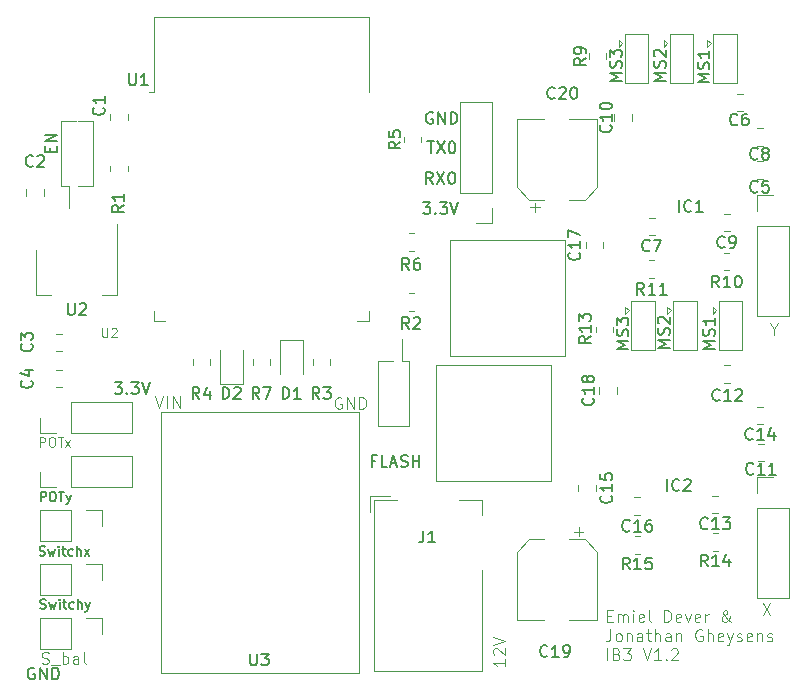
<source format=gbr>
%TF.GenerationSoftware,KiCad,Pcbnew,7.0.1*%
%TF.CreationDate,2023-05-08T21:24:27+02:00*%
%TF.ProjectId,PCB_evenwicht,5043425f-6576-4656-9e77-696368742e6b,rev?*%
%TF.SameCoordinates,Original*%
%TF.FileFunction,Legend,Top*%
%TF.FilePolarity,Positive*%
%FSLAX46Y46*%
G04 Gerber Fmt 4.6, Leading zero omitted, Abs format (unit mm)*
G04 Created by KiCad (PCBNEW 7.0.1) date 2023-05-08 21:24:27*
%MOMM*%
%LPD*%
G01*
G04 APERTURE LIST*
%ADD10C,0.100000*%
%ADD11C,0.150000*%
%ADD12C,0.125000*%
%ADD13C,0.120000*%
G04 APERTURE END LIST*
D10*
X167528857Y-96007219D02*
X168195523Y-97007219D01*
X168195523Y-96007219D02*
X167528857Y-97007219D01*
X154365295Y-97053409D02*
X154698628Y-97053409D01*
X154841485Y-97577219D02*
X154365295Y-97577219D01*
X154365295Y-97577219D02*
X154365295Y-96577219D01*
X154365295Y-96577219D02*
X154841485Y-96577219D01*
X155270057Y-97577219D02*
X155270057Y-96910552D01*
X155270057Y-97005790D02*
X155317676Y-96958171D01*
X155317676Y-96958171D02*
X155412914Y-96910552D01*
X155412914Y-96910552D02*
X155555771Y-96910552D01*
X155555771Y-96910552D02*
X155651009Y-96958171D01*
X155651009Y-96958171D02*
X155698628Y-97053409D01*
X155698628Y-97053409D02*
X155698628Y-97577219D01*
X155698628Y-97053409D02*
X155746247Y-96958171D01*
X155746247Y-96958171D02*
X155841485Y-96910552D01*
X155841485Y-96910552D02*
X155984342Y-96910552D01*
X155984342Y-96910552D02*
X156079581Y-96958171D01*
X156079581Y-96958171D02*
X156127200Y-97053409D01*
X156127200Y-97053409D02*
X156127200Y-97577219D01*
X156603390Y-97577219D02*
X156603390Y-96910552D01*
X156603390Y-96577219D02*
X156555771Y-96624838D01*
X156555771Y-96624838D02*
X156603390Y-96672457D01*
X156603390Y-96672457D02*
X156651009Y-96624838D01*
X156651009Y-96624838D02*
X156603390Y-96577219D01*
X156603390Y-96577219D02*
X156603390Y-96672457D01*
X157460532Y-97529600D02*
X157365294Y-97577219D01*
X157365294Y-97577219D02*
X157174818Y-97577219D01*
X157174818Y-97577219D02*
X157079580Y-97529600D01*
X157079580Y-97529600D02*
X157031961Y-97434361D01*
X157031961Y-97434361D02*
X157031961Y-97053409D01*
X157031961Y-97053409D02*
X157079580Y-96958171D01*
X157079580Y-96958171D02*
X157174818Y-96910552D01*
X157174818Y-96910552D02*
X157365294Y-96910552D01*
X157365294Y-96910552D02*
X157460532Y-96958171D01*
X157460532Y-96958171D02*
X157508151Y-97053409D01*
X157508151Y-97053409D02*
X157508151Y-97148647D01*
X157508151Y-97148647D02*
X157031961Y-97243885D01*
X158079580Y-97577219D02*
X157984342Y-97529600D01*
X157984342Y-97529600D02*
X157936723Y-97434361D01*
X157936723Y-97434361D02*
X157936723Y-96577219D01*
X159222438Y-97577219D02*
X159222438Y-96577219D01*
X159222438Y-96577219D02*
X159460533Y-96577219D01*
X159460533Y-96577219D02*
X159603390Y-96624838D01*
X159603390Y-96624838D02*
X159698628Y-96720076D01*
X159698628Y-96720076D02*
X159746247Y-96815314D01*
X159746247Y-96815314D02*
X159793866Y-97005790D01*
X159793866Y-97005790D02*
X159793866Y-97148647D01*
X159793866Y-97148647D02*
X159746247Y-97339123D01*
X159746247Y-97339123D02*
X159698628Y-97434361D01*
X159698628Y-97434361D02*
X159603390Y-97529600D01*
X159603390Y-97529600D02*
X159460533Y-97577219D01*
X159460533Y-97577219D02*
X159222438Y-97577219D01*
X160603390Y-97529600D02*
X160508152Y-97577219D01*
X160508152Y-97577219D02*
X160317676Y-97577219D01*
X160317676Y-97577219D02*
X160222438Y-97529600D01*
X160222438Y-97529600D02*
X160174819Y-97434361D01*
X160174819Y-97434361D02*
X160174819Y-97053409D01*
X160174819Y-97053409D02*
X160222438Y-96958171D01*
X160222438Y-96958171D02*
X160317676Y-96910552D01*
X160317676Y-96910552D02*
X160508152Y-96910552D01*
X160508152Y-96910552D02*
X160603390Y-96958171D01*
X160603390Y-96958171D02*
X160651009Y-97053409D01*
X160651009Y-97053409D02*
X160651009Y-97148647D01*
X160651009Y-97148647D02*
X160174819Y-97243885D01*
X160984343Y-96910552D02*
X161222438Y-97577219D01*
X161222438Y-97577219D02*
X161460533Y-96910552D01*
X162222438Y-97529600D02*
X162127200Y-97577219D01*
X162127200Y-97577219D02*
X161936724Y-97577219D01*
X161936724Y-97577219D02*
X161841486Y-97529600D01*
X161841486Y-97529600D02*
X161793867Y-97434361D01*
X161793867Y-97434361D02*
X161793867Y-97053409D01*
X161793867Y-97053409D02*
X161841486Y-96958171D01*
X161841486Y-96958171D02*
X161936724Y-96910552D01*
X161936724Y-96910552D02*
X162127200Y-96910552D01*
X162127200Y-96910552D02*
X162222438Y-96958171D01*
X162222438Y-96958171D02*
X162270057Y-97053409D01*
X162270057Y-97053409D02*
X162270057Y-97148647D01*
X162270057Y-97148647D02*
X161793867Y-97243885D01*
X162698629Y-97577219D02*
X162698629Y-96910552D01*
X162698629Y-97101028D02*
X162746248Y-97005790D01*
X162746248Y-97005790D02*
X162793867Y-96958171D01*
X162793867Y-96958171D02*
X162889105Y-96910552D01*
X162889105Y-96910552D02*
X162984343Y-96910552D01*
X164889106Y-97577219D02*
X164841487Y-97577219D01*
X164841487Y-97577219D02*
X164746248Y-97529600D01*
X164746248Y-97529600D02*
X164603391Y-97386742D01*
X164603391Y-97386742D02*
X164365296Y-97101028D01*
X164365296Y-97101028D02*
X164270058Y-96958171D01*
X164270058Y-96958171D02*
X164222439Y-96815314D01*
X164222439Y-96815314D02*
X164222439Y-96720076D01*
X164222439Y-96720076D02*
X164270058Y-96624838D01*
X164270058Y-96624838D02*
X164365296Y-96577219D01*
X164365296Y-96577219D02*
X164412915Y-96577219D01*
X164412915Y-96577219D02*
X164508153Y-96624838D01*
X164508153Y-96624838D02*
X164555772Y-96720076D01*
X164555772Y-96720076D02*
X164555772Y-96767695D01*
X164555772Y-96767695D02*
X164508153Y-96862933D01*
X164508153Y-96862933D02*
X164460534Y-96910552D01*
X164460534Y-96910552D02*
X164174820Y-97101028D01*
X164174820Y-97101028D02*
X164127201Y-97148647D01*
X164127201Y-97148647D02*
X164079582Y-97243885D01*
X164079582Y-97243885D02*
X164079582Y-97386742D01*
X164079582Y-97386742D02*
X164127201Y-97481980D01*
X164127201Y-97481980D02*
X164174820Y-97529600D01*
X164174820Y-97529600D02*
X164270058Y-97577219D01*
X164270058Y-97577219D02*
X164412915Y-97577219D01*
X164412915Y-97577219D02*
X164508153Y-97529600D01*
X164508153Y-97529600D02*
X164555772Y-97481980D01*
X164555772Y-97481980D02*
X164698629Y-97291504D01*
X164698629Y-97291504D02*
X164746248Y-97148647D01*
X164746248Y-97148647D02*
X164746248Y-97053409D01*
X154651009Y-98197219D02*
X154651009Y-98911504D01*
X154651009Y-98911504D02*
X154603390Y-99054361D01*
X154603390Y-99054361D02*
X154508152Y-99149600D01*
X154508152Y-99149600D02*
X154365295Y-99197219D01*
X154365295Y-99197219D02*
X154270057Y-99197219D01*
X155270057Y-99197219D02*
X155174819Y-99149600D01*
X155174819Y-99149600D02*
X155127200Y-99101980D01*
X155127200Y-99101980D02*
X155079581Y-99006742D01*
X155079581Y-99006742D02*
X155079581Y-98721028D01*
X155079581Y-98721028D02*
X155127200Y-98625790D01*
X155127200Y-98625790D02*
X155174819Y-98578171D01*
X155174819Y-98578171D02*
X155270057Y-98530552D01*
X155270057Y-98530552D02*
X155412914Y-98530552D01*
X155412914Y-98530552D02*
X155508152Y-98578171D01*
X155508152Y-98578171D02*
X155555771Y-98625790D01*
X155555771Y-98625790D02*
X155603390Y-98721028D01*
X155603390Y-98721028D02*
X155603390Y-99006742D01*
X155603390Y-99006742D02*
X155555771Y-99101980D01*
X155555771Y-99101980D02*
X155508152Y-99149600D01*
X155508152Y-99149600D02*
X155412914Y-99197219D01*
X155412914Y-99197219D02*
X155270057Y-99197219D01*
X156031962Y-98530552D02*
X156031962Y-99197219D01*
X156031962Y-98625790D02*
X156079581Y-98578171D01*
X156079581Y-98578171D02*
X156174819Y-98530552D01*
X156174819Y-98530552D02*
X156317676Y-98530552D01*
X156317676Y-98530552D02*
X156412914Y-98578171D01*
X156412914Y-98578171D02*
X156460533Y-98673409D01*
X156460533Y-98673409D02*
X156460533Y-99197219D01*
X157365295Y-99197219D02*
X157365295Y-98673409D01*
X157365295Y-98673409D02*
X157317676Y-98578171D01*
X157317676Y-98578171D02*
X157222438Y-98530552D01*
X157222438Y-98530552D02*
X157031962Y-98530552D01*
X157031962Y-98530552D02*
X156936724Y-98578171D01*
X157365295Y-99149600D02*
X157270057Y-99197219D01*
X157270057Y-99197219D02*
X157031962Y-99197219D01*
X157031962Y-99197219D02*
X156936724Y-99149600D01*
X156936724Y-99149600D02*
X156889105Y-99054361D01*
X156889105Y-99054361D02*
X156889105Y-98959123D01*
X156889105Y-98959123D02*
X156936724Y-98863885D01*
X156936724Y-98863885D02*
X157031962Y-98816266D01*
X157031962Y-98816266D02*
X157270057Y-98816266D01*
X157270057Y-98816266D02*
X157365295Y-98768647D01*
X157698629Y-98530552D02*
X158079581Y-98530552D01*
X157841486Y-98197219D02*
X157841486Y-99054361D01*
X157841486Y-99054361D02*
X157889105Y-99149600D01*
X157889105Y-99149600D02*
X157984343Y-99197219D01*
X157984343Y-99197219D02*
X158079581Y-99197219D01*
X158412915Y-99197219D02*
X158412915Y-98197219D01*
X158841486Y-99197219D02*
X158841486Y-98673409D01*
X158841486Y-98673409D02*
X158793867Y-98578171D01*
X158793867Y-98578171D02*
X158698629Y-98530552D01*
X158698629Y-98530552D02*
X158555772Y-98530552D01*
X158555772Y-98530552D02*
X158460534Y-98578171D01*
X158460534Y-98578171D02*
X158412915Y-98625790D01*
X159746248Y-99197219D02*
X159746248Y-98673409D01*
X159746248Y-98673409D02*
X159698629Y-98578171D01*
X159698629Y-98578171D02*
X159603391Y-98530552D01*
X159603391Y-98530552D02*
X159412915Y-98530552D01*
X159412915Y-98530552D02*
X159317677Y-98578171D01*
X159746248Y-99149600D02*
X159651010Y-99197219D01*
X159651010Y-99197219D02*
X159412915Y-99197219D01*
X159412915Y-99197219D02*
X159317677Y-99149600D01*
X159317677Y-99149600D02*
X159270058Y-99054361D01*
X159270058Y-99054361D02*
X159270058Y-98959123D01*
X159270058Y-98959123D02*
X159317677Y-98863885D01*
X159317677Y-98863885D02*
X159412915Y-98816266D01*
X159412915Y-98816266D02*
X159651010Y-98816266D01*
X159651010Y-98816266D02*
X159746248Y-98768647D01*
X160222439Y-98530552D02*
X160222439Y-99197219D01*
X160222439Y-98625790D02*
X160270058Y-98578171D01*
X160270058Y-98578171D02*
X160365296Y-98530552D01*
X160365296Y-98530552D02*
X160508153Y-98530552D01*
X160508153Y-98530552D02*
X160603391Y-98578171D01*
X160603391Y-98578171D02*
X160651010Y-98673409D01*
X160651010Y-98673409D02*
X160651010Y-99197219D01*
X162412915Y-98244838D02*
X162317677Y-98197219D01*
X162317677Y-98197219D02*
X162174820Y-98197219D01*
X162174820Y-98197219D02*
X162031963Y-98244838D01*
X162031963Y-98244838D02*
X161936725Y-98340076D01*
X161936725Y-98340076D02*
X161889106Y-98435314D01*
X161889106Y-98435314D02*
X161841487Y-98625790D01*
X161841487Y-98625790D02*
X161841487Y-98768647D01*
X161841487Y-98768647D02*
X161889106Y-98959123D01*
X161889106Y-98959123D02*
X161936725Y-99054361D01*
X161936725Y-99054361D02*
X162031963Y-99149600D01*
X162031963Y-99149600D02*
X162174820Y-99197219D01*
X162174820Y-99197219D02*
X162270058Y-99197219D01*
X162270058Y-99197219D02*
X162412915Y-99149600D01*
X162412915Y-99149600D02*
X162460534Y-99101980D01*
X162460534Y-99101980D02*
X162460534Y-98768647D01*
X162460534Y-98768647D02*
X162270058Y-98768647D01*
X162889106Y-99197219D02*
X162889106Y-98197219D01*
X163317677Y-99197219D02*
X163317677Y-98673409D01*
X163317677Y-98673409D02*
X163270058Y-98578171D01*
X163270058Y-98578171D02*
X163174820Y-98530552D01*
X163174820Y-98530552D02*
X163031963Y-98530552D01*
X163031963Y-98530552D02*
X162936725Y-98578171D01*
X162936725Y-98578171D02*
X162889106Y-98625790D01*
X164174820Y-99149600D02*
X164079582Y-99197219D01*
X164079582Y-99197219D02*
X163889106Y-99197219D01*
X163889106Y-99197219D02*
X163793868Y-99149600D01*
X163793868Y-99149600D02*
X163746249Y-99054361D01*
X163746249Y-99054361D02*
X163746249Y-98673409D01*
X163746249Y-98673409D02*
X163793868Y-98578171D01*
X163793868Y-98578171D02*
X163889106Y-98530552D01*
X163889106Y-98530552D02*
X164079582Y-98530552D01*
X164079582Y-98530552D02*
X164174820Y-98578171D01*
X164174820Y-98578171D02*
X164222439Y-98673409D01*
X164222439Y-98673409D02*
X164222439Y-98768647D01*
X164222439Y-98768647D02*
X163746249Y-98863885D01*
X164555773Y-98530552D02*
X164793868Y-99197219D01*
X165031963Y-98530552D02*
X164793868Y-99197219D01*
X164793868Y-99197219D02*
X164698630Y-99435314D01*
X164698630Y-99435314D02*
X164651011Y-99482933D01*
X164651011Y-99482933D02*
X164555773Y-99530552D01*
X165365297Y-99149600D02*
X165460535Y-99197219D01*
X165460535Y-99197219D02*
X165651011Y-99197219D01*
X165651011Y-99197219D02*
X165746249Y-99149600D01*
X165746249Y-99149600D02*
X165793868Y-99054361D01*
X165793868Y-99054361D02*
X165793868Y-99006742D01*
X165793868Y-99006742D02*
X165746249Y-98911504D01*
X165746249Y-98911504D02*
X165651011Y-98863885D01*
X165651011Y-98863885D02*
X165508154Y-98863885D01*
X165508154Y-98863885D02*
X165412916Y-98816266D01*
X165412916Y-98816266D02*
X165365297Y-98721028D01*
X165365297Y-98721028D02*
X165365297Y-98673409D01*
X165365297Y-98673409D02*
X165412916Y-98578171D01*
X165412916Y-98578171D02*
X165508154Y-98530552D01*
X165508154Y-98530552D02*
X165651011Y-98530552D01*
X165651011Y-98530552D02*
X165746249Y-98578171D01*
X166603392Y-99149600D02*
X166508154Y-99197219D01*
X166508154Y-99197219D02*
X166317678Y-99197219D01*
X166317678Y-99197219D02*
X166222440Y-99149600D01*
X166222440Y-99149600D02*
X166174821Y-99054361D01*
X166174821Y-99054361D02*
X166174821Y-98673409D01*
X166174821Y-98673409D02*
X166222440Y-98578171D01*
X166222440Y-98578171D02*
X166317678Y-98530552D01*
X166317678Y-98530552D02*
X166508154Y-98530552D01*
X166508154Y-98530552D02*
X166603392Y-98578171D01*
X166603392Y-98578171D02*
X166651011Y-98673409D01*
X166651011Y-98673409D02*
X166651011Y-98768647D01*
X166651011Y-98768647D02*
X166174821Y-98863885D01*
X167079583Y-98530552D02*
X167079583Y-99197219D01*
X167079583Y-98625790D02*
X167127202Y-98578171D01*
X167127202Y-98578171D02*
X167222440Y-98530552D01*
X167222440Y-98530552D02*
X167365297Y-98530552D01*
X167365297Y-98530552D02*
X167460535Y-98578171D01*
X167460535Y-98578171D02*
X167508154Y-98673409D01*
X167508154Y-98673409D02*
X167508154Y-99197219D01*
X167936726Y-99149600D02*
X168031964Y-99197219D01*
X168031964Y-99197219D02*
X168222440Y-99197219D01*
X168222440Y-99197219D02*
X168317678Y-99149600D01*
X168317678Y-99149600D02*
X168365297Y-99054361D01*
X168365297Y-99054361D02*
X168365297Y-99006742D01*
X168365297Y-99006742D02*
X168317678Y-98911504D01*
X168317678Y-98911504D02*
X168222440Y-98863885D01*
X168222440Y-98863885D02*
X168079583Y-98863885D01*
X168079583Y-98863885D02*
X167984345Y-98816266D01*
X167984345Y-98816266D02*
X167936726Y-98721028D01*
X167936726Y-98721028D02*
X167936726Y-98673409D01*
X167936726Y-98673409D02*
X167984345Y-98578171D01*
X167984345Y-98578171D02*
X168079583Y-98530552D01*
X168079583Y-98530552D02*
X168222440Y-98530552D01*
X168222440Y-98530552D02*
X168317678Y-98578171D01*
X154365295Y-100817219D02*
X154365295Y-99817219D01*
X155174818Y-100293409D02*
X155317675Y-100341028D01*
X155317675Y-100341028D02*
X155365294Y-100388647D01*
X155365294Y-100388647D02*
X155412913Y-100483885D01*
X155412913Y-100483885D02*
X155412913Y-100626742D01*
X155412913Y-100626742D02*
X155365294Y-100721980D01*
X155365294Y-100721980D02*
X155317675Y-100769600D01*
X155317675Y-100769600D02*
X155222437Y-100817219D01*
X155222437Y-100817219D02*
X154841485Y-100817219D01*
X154841485Y-100817219D02*
X154841485Y-99817219D01*
X154841485Y-99817219D02*
X155174818Y-99817219D01*
X155174818Y-99817219D02*
X155270056Y-99864838D01*
X155270056Y-99864838D02*
X155317675Y-99912457D01*
X155317675Y-99912457D02*
X155365294Y-100007695D01*
X155365294Y-100007695D02*
X155365294Y-100102933D01*
X155365294Y-100102933D02*
X155317675Y-100198171D01*
X155317675Y-100198171D02*
X155270056Y-100245790D01*
X155270056Y-100245790D02*
X155174818Y-100293409D01*
X155174818Y-100293409D02*
X154841485Y-100293409D01*
X155746247Y-99817219D02*
X156365294Y-99817219D01*
X156365294Y-99817219D02*
X156031961Y-100198171D01*
X156031961Y-100198171D02*
X156174818Y-100198171D01*
X156174818Y-100198171D02*
X156270056Y-100245790D01*
X156270056Y-100245790D02*
X156317675Y-100293409D01*
X156317675Y-100293409D02*
X156365294Y-100388647D01*
X156365294Y-100388647D02*
X156365294Y-100626742D01*
X156365294Y-100626742D02*
X156317675Y-100721980D01*
X156317675Y-100721980D02*
X156270056Y-100769600D01*
X156270056Y-100769600D02*
X156174818Y-100817219D01*
X156174818Y-100817219D02*
X155889104Y-100817219D01*
X155889104Y-100817219D02*
X155793866Y-100769600D01*
X155793866Y-100769600D02*
X155746247Y-100721980D01*
X157412914Y-99817219D02*
X157746247Y-100817219D01*
X157746247Y-100817219D02*
X158079580Y-99817219D01*
X158936723Y-100817219D02*
X158365295Y-100817219D01*
X158651009Y-100817219D02*
X158651009Y-99817219D01*
X158651009Y-99817219D02*
X158555771Y-99960076D01*
X158555771Y-99960076D02*
X158460533Y-100055314D01*
X158460533Y-100055314D02*
X158365295Y-100102933D01*
X159365295Y-100721980D02*
X159412914Y-100769600D01*
X159412914Y-100769600D02*
X159365295Y-100817219D01*
X159365295Y-100817219D02*
X159317676Y-100769600D01*
X159317676Y-100769600D02*
X159365295Y-100721980D01*
X159365295Y-100721980D02*
X159365295Y-100817219D01*
X159793866Y-99912457D02*
X159841485Y-99864838D01*
X159841485Y-99864838D02*
X159936723Y-99817219D01*
X159936723Y-99817219D02*
X160174818Y-99817219D01*
X160174818Y-99817219D02*
X160270056Y-99864838D01*
X160270056Y-99864838D02*
X160317675Y-99912457D01*
X160317675Y-99912457D02*
X160365294Y-100007695D01*
X160365294Y-100007695D02*
X160365294Y-100102933D01*
X160365294Y-100102933D02*
X160317675Y-100245790D01*
X160317675Y-100245790D02*
X159746247Y-100817219D01*
X159746247Y-100817219D02*
X160365294Y-100817219D01*
D11*
X139134838Y-56891219D02*
X139706266Y-56891219D01*
X139420552Y-57891219D02*
X139420552Y-56891219D01*
X139944362Y-56891219D02*
X140611028Y-57891219D01*
X140611028Y-56891219D02*
X139944362Y-57891219D01*
X141182457Y-56891219D02*
X141277695Y-56891219D01*
X141277695Y-56891219D02*
X141372933Y-56938838D01*
X141372933Y-56938838D02*
X141420552Y-56986457D01*
X141420552Y-56986457D02*
X141468171Y-57081695D01*
X141468171Y-57081695D02*
X141515790Y-57272171D01*
X141515790Y-57272171D02*
X141515790Y-57510266D01*
X141515790Y-57510266D02*
X141468171Y-57700742D01*
X141468171Y-57700742D02*
X141420552Y-57795980D01*
X141420552Y-57795980D02*
X141372933Y-57843600D01*
X141372933Y-57843600D02*
X141277695Y-57891219D01*
X141277695Y-57891219D02*
X141182457Y-57891219D01*
X141182457Y-57891219D02*
X141087219Y-57843600D01*
X141087219Y-57843600D02*
X141039600Y-57795980D01*
X141039600Y-57795980D02*
X140991981Y-57700742D01*
X140991981Y-57700742D02*
X140944362Y-57510266D01*
X140944362Y-57510266D02*
X140944362Y-57272171D01*
X140944362Y-57272171D02*
X140991981Y-57081695D01*
X140991981Y-57081695D02*
X141039600Y-56986457D01*
X141039600Y-56986457D02*
X141087219Y-56938838D01*
X141087219Y-56938838D02*
X141182457Y-56891219D01*
D10*
X106514876Y-101074400D02*
X106657733Y-101122019D01*
X106657733Y-101122019D02*
X106895828Y-101122019D01*
X106895828Y-101122019D02*
X106991066Y-101074400D01*
X106991066Y-101074400D02*
X107038685Y-101026780D01*
X107038685Y-101026780D02*
X107086304Y-100931542D01*
X107086304Y-100931542D02*
X107086304Y-100836304D01*
X107086304Y-100836304D02*
X107038685Y-100741066D01*
X107038685Y-100741066D02*
X106991066Y-100693447D01*
X106991066Y-100693447D02*
X106895828Y-100645828D01*
X106895828Y-100645828D02*
X106705352Y-100598209D01*
X106705352Y-100598209D02*
X106610114Y-100550590D01*
X106610114Y-100550590D02*
X106562495Y-100502971D01*
X106562495Y-100502971D02*
X106514876Y-100407733D01*
X106514876Y-100407733D02*
X106514876Y-100312495D01*
X106514876Y-100312495D02*
X106562495Y-100217257D01*
X106562495Y-100217257D02*
X106610114Y-100169638D01*
X106610114Y-100169638D02*
X106705352Y-100122019D01*
X106705352Y-100122019D02*
X106943447Y-100122019D01*
X106943447Y-100122019D02*
X107086304Y-100169638D01*
X107276781Y-101217257D02*
X108038685Y-101217257D01*
X108276781Y-101122019D02*
X108276781Y-100122019D01*
X108276781Y-100502971D02*
X108372019Y-100455352D01*
X108372019Y-100455352D02*
X108562495Y-100455352D01*
X108562495Y-100455352D02*
X108657733Y-100502971D01*
X108657733Y-100502971D02*
X108705352Y-100550590D01*
X108705352Y-100550590D02*
X108752971Y-100645828D01*
X108752971Y-100645828D02*
X108752971Y-100931542D01*
X108752971Y-100931542D02*
X108705352Y-101026780D01*
X108705352Y-101026780D02*
X108657733Y-101074400D01*
X108657733Y-101074400D02*
X108562495Y-101122019D01*
X108562495Y-101122019D02*
X108372019Y-101122019D01*
X108372019Y-101122019D02*
X108276781Y-101074400D01*
X109610114Y-101122019D02*
X109610114Y-100598209D01*
X109610114Y-100598209D02*
X109562495Y-100502971D01*
X109562495Y-100502971D02*
X109467257Y-100455352D01*
X109467257Y-100455352D02*
X109276781Y-100455352D01*
X109276781Y-100455352D02*
X109181543Y-100502971D01*
X109610114Y-101074400D02*
X109514876Y-101122019D01*
X109514876Y-101122019D02*
X109276781Y-101122019D01*
X109276781Y-101122019D02*
X109181543Y-101074400D01*
X109181543Y-101074400D02*
X109133924Y-100979161D01*
X109133924Y-100979161D02*
X109133924Y-100883923D01*
X109133924Y-100883923D02*
X109181543Y-100788685D01*
X109181543Y-100788685D02*
X109276781Y-100741066D01*
X109276781Y-100741066D02*
X109514876Y-100741066D01*
X109514876Y-100741066D02*
X109610114Y-100693447D01*
X110229162Y-101122019D02*
X110133924Y-101074400D01*
X110133924Y-101074400D02*
X110086305Y-100979161D01*
X110086305Y-100979161D02*
X110086305Y-100122019D01*
D11*
X105867104Y-101490438D02*
X105771866Y-101442819D01*
X105771866Y-101442819D02*
X105629009Y-101442819D01*
X105629009Y-101442819D02*
X105486152Y-101490438D01*
X105486152Y-101490438D02*
X105390914Y-101585676D01*
X105390914Y-101585676D02*
X105343295Y-101680914D01*
X105343295Y-101680914D02*
X105295676Y-101871390D01*
X105295676Y-101871390D02*
X105295676Y-102014247D01*
X105295676Y-102014247D02*
X105343295Y-102204723D01*
X105343295Y-102204723D02*
X105390914Y-102299961D01*
X105390914Y-102299961D02*
X105486152Y-102395200D01*
X105486152Y-102395200D02*
X105629009Y-102442819D01*
X105629009Y-102442819D02*
X105724247Y-102442819D01*
X105724247Y-102442819D02*
X105867104Y-102395200D01*
X105867104Y-102395200D02*
X105914723Y-102347580D01*
X105914723Y-102347580D02*
X105914723Y-102014247D01*
X105914723Y-102014247D02*
X105724247Y-102014247D01*
X106343295Y-102442819D02*
X106343295Y-101442819D01*
X106343295Y-101442819D02*
X106914723Y-102442819D01*
X106914723Y-102442819D02*
X106914723Y-101442819D01*
X107390914Y-102442819D02*
X107390914Y-101442819D01*
X107390914Y-101442819D02*
X107629009Y-101442819D01*
X107629009Y-101442819D02*
X107771866Y-101490438D01*
X107771866Y-101490438D02*
X107867104Y-101585676D01*
X107867104Y-101585676D02*
X107914723Y-101680914D01*
X107914723Y-101680914D02*
X107962342Y-101871390D01*
X107962342Y-101871390D02*
X107962342Y-102014247D01*
X107962342Y-102014247D02*
X107914723Y-102204723D01*
X107914723Y-102204723D02*
X107867104Y-102299961D01*
X107867104Y-102299961D02*
X107771866Y-102395200D01*
X107771866Y-102395200D02*
X107629009Y-102442819D01*
X107629009Y-102442819D02*
X107390914Y-102442819D01*
X139598304Y-54449638D02*
X139503066Y-54402019D01*
X139503066Y-54402019D02*
X139360209Y-54402019D01*
X139360209Y-54402019D02*
X139217352Y-54449638D01*
X139217352Y-54449638D02*
X139122114Y-54544876D01*
X139122114Y-54544876D02*
X139074495Y-54640114D01*
X139074495Y-54640114D02*
X139026876Y-54830590D01*
X139026876Y-54830590D02*
X139026876Y-54973447D01*
X139026876Y-54973447D02*
X139074495Y-55163923D01*
X139074495Y-55163923D02*
X139122114Y-55259161D01*
X139122114Y-55259161D02*
X139217352Y-55354400D01*
X139217352Y-55354400D02*
X139360209Y-55402019D01*
X139360209Y-55402019D02*
X139455447Y-55402019D01*
X139455447Y-55402019D02*
X139598304Y-55354400D01*
X139598304Y-55354400D02*
X139645923Y-55306780D01*
X139645923Y-55306780D02*
X139645923Y-54973447D01*
X139645923Y-54973447D02*
X139455447Y-54973447D01*
X140074495Y-55402019D02*
X140074495Y-54402019D01*
X140074495Y-54402019D02*
X140645923Y-55402019D01*
X140645923Y-55402019D02*
X140645923Y-54402019D01*
X141122114Y-55402019D02*
X141122114Y-54402019D01*
X141122114Y-54402019D02*
X141360209Y-54402019D01*
X141360209Y-54402019D02*
X141503066Y-54449638D01*
X141503066Y-54449638D02*
X141598304Y-54544876D01*
X141598304Y-54544876D02*
X141645923Y-54640114D01*
X141645923Y-54640114D02*
X141693542Y-54830590D01*
X141693542Y-54830590D02*
X141693542Y-54973447D01*
X141693542Y-54973447D02*
X141645923Y-55163923D01*
X141645923Y-55163923D02*
X141598304Y-55259161D01*
X141598304Y-55259161D02*
X141503066Y-55354400D01*
X141503066Y-55354400D02*
X141360209Y-55402019D01*
X141360209Y-55402019D02*
X141122114Y-55402019D01*
X139595123Y-60482019D02*
X139261790Y-60005828D01*
X139023695Y-60482019D02*
X139023695Y-59482019D01*
X139023695Y-59482019D02*
X139404647Y-59482019D01*
X139404647Y-59482019D02*
X139499885Y-59529638D01*
X139499885Y-59529638D02*
X139547504Y-59577257D01*
X139547504Y-59577257D02*
X139595123Y-59672495D01*
X139595123Y-59672495D02*
X139595123Y-59815352D01*
X139595123Y-59815352D02*
X139547504Y-59910590D01*
X139547504Y-59910590D02*
X139499885Y-59958209D01*
X139499885Y-59958209D02*
X139404647Y-60005828D01*
X139404647Y-60005828D02*
X139023695Y-60005828D01*
X139928457Y-59482019D02*
X140595123Y-60482019D01*
X140595123Y-59482019D02*
X139928457Y-60482019D01*
X141166552Y-59482019D02*
X141261790Y-59482019D01*
X141261790Y-59482019D02*
X141357028Y-59529638D01*
X141357028Y-59529638D02*
X141404647Y-59577257D01*
X141404647Y-59577257D02*
X141452266Y-59672495D01*
X141452266Y-59672495D02*
X141499885Y-59862971D01*
X141499885Y-59862971D02*
X141499885Y-60101066D01*
X141499885Y-60101066D02*
X141452266Y-60291542D01*
X141452266Y-60291542D02*
X141404647Y-60386780D01*
X141404647Y-60386780D02*
X141357028Y-60434400D01*
X141357028Y-60434400D02*
X141261790Y-60482019D01*
X141261790Y-60482019D02*
X141166552Y-60482019D01*
X141166552Y-60482019D02*
X141071314Y-60434400D01*
X141071314Y-60434400D02*
X141023695Y-60386780D01*
X141023695Y-60386780D02*
X140976076Y-60291542D01*
X140976076Y-60291542D02*
X140928457Y-60101066D01*
X140928457Y-60101066D02*
X140928457Y-59862971D01*
X140928457Y-59862971D02*
X140976076Y-59672495D01*
X140976076Y-59672495D02*
X141023695Y-59577257D01*
X141023695Y-59577257D02*
X141071314Y-59529638D01*
X141071314Y-59529638D02*
X141166552Y-59482019D01*
D10*
X131876704Y-78579638D02*
X131781466Y-78532019D01*
X131781466Y-78532019D02*
X131638609Y-78532019D01*
X131638609Y-78532019D02*
X131495752Y-78579638D01*
X131495752Y-78579638D02*
X131400514Y-78674876D01*
X131400514Y-78674876D02*
X131352895Y-78770114D01*
X131352895Y-78770114D02*
X131305276Y-78960590D01*
X131305276Y-78960590D02*
X131305276Y-79103447D01*
X131305276Y-79103447D02*
X131352895Y-79293923D01*
X131352895Y-79293923D02*
X131400514Y-79389161D01*
X131400514Y-79389161D02*
X131495752Y-79484400D01*
X131495752Y-79484400D02*
X131638609Y-79532019D01*
X131638609Y-79532019D02*
X131733847Y-79532019D01*
X131733847Y-79532019D02*
X131876704Y-79484400D01*
X131876704Y-79484400D02*
X131924323Y-79436780D01*
X131924323Y-79436780D02*
X131924323Y-79103447D01*
X131924323Y-79103447D02*
X131733847Y-79103447D01*
X132352895Y-79532019D02*
X132352895Y-78532019D01*
X132352895Y-78532019D02*
X132924323Y-79532019D01*
X132924323Y-79532019D02*
X132924323Y-78532019D01*
X133400514Y-79532019D02*
X133400514Y-78532019D01*
X133400514Y-78532019D02*
X133638609Y-78532019D01*
X133638609Y-78532019D02*
X133781466Y-78579638D01*
X133781466Y-78579638D02*
X133876704Y-78674876D01*
X133876704Y-78674876D02*
X133924323Y-78770114D01*
X133924323Y-78770114D02*
X133971942Y-78960590D01*
X133971942Y-78960590D02*
X133971942Y-79103447D01*
X133971942Y-79103447D02*
X133924323Y-79293923D01*
X133924323Y-79293923D02*
X133876704Y-79389161D01*
X133876704Y-79389161D02*
X133781466Y-79484400D01*
X133781466Y-79484400D02*
X133638609Y-79532019D01*
X133638609Y-79532019D02*
X133400514Y-79532019D01*
D11*
X138776057Y-62022019D02*
X139395104Y-62022019D01*
X139395104Y-62022019D02*
X139061771Y-62402971D01*
X139061771Y-62402971D02*
X139204628Y-62402971D01*
X139204628Y-62402971D02*
X139299866Y-62450590D01*
X139299866Y-62450590D02*
X139347485Y-62498209D01*
X139347485Y-62498209D02*
X139395104Y-62593447D01*
X139395104Y-62593447D02*
X139395104Y-62831542D01*
X139395104Y-62831542D02*
X139347485Y-62926780D01*
X139347485Y-62926780D02*
X139299866Y-62974400D01*
X139299866Y-62974400D02*
X139204628Y-63022019D01*
X139204628Y-63022019D02*
X138918914Y-63022019D01*
X138918914Y-63022019D02*
X138823676Y-62974400D01*
X138823676Y-62974400D02*
X138776057Y-62926780D01*
X139823676Y-62926780D02*
X139871295Y-62974400D01*
X139871295Y-62974400D02*
X139823676Y-63022019D01*
X139823676Y-63022019D02*
X139776057Y-62974400D01*
X139776057Y-62974400D02*
X139823676Y-62926780D01*
X139823676Y-62926780D02*
X139823676Y-63022019D01*
X140204628Y-62022019D02*
X140823675Y-62022019D01*
X140823675Y-62022019D02*
X140490342Y-62402971D01*
X140490342Y-62402971D02*
X140633199Y-62402971D01*
X140633199Y-62402971D02*
X140728437Y-62450590D01*
X140728437Y-62450590D02*
X140776056Y-62498209D01*
X140776056Y-62498209D02*
X140823675Y-62593447D01*
X140823675Y-62593447D02*
X140823675Y-62831542D01*
X140823675Y-62831542D02*
X140776056Y-62926780D01*
X140776056Y-62926780D02*
X140728437Y-62974400D01*
X140728437Y-62974400D02*
X140633199Y-63022019D01*
X140633199Y-63022019D02*
X140347485Y-63022019D01*
X140347485Y-63022019D02*
X140252247Y-62974400D01*
X140252247Y-62974400D02*
X140204628Y-62926780D01*
X141109390Y-62022019D02*
X141442723Y-63022019D01*
X141442723Y-63022019D02*
X141776056Y-62022019D01*
D10*
X168474971Y-72807428D02*
X168474971Y-73283619D01*
X168141638Y-72283619D02*
X168474971Y-72807428D01*
X168474971Y-72807428D02*
X168808304Y-72283619D01*
X145724419Y-100736495D02*
X145724419Y-101307923D01*
X145724419Y-101022209D02*
X144724419Y-101022209D01*
X144724419Y-101022209D02*
X144867276Y-101117447D01*
X144867276Y-101117447D02*
X144962514Y-101212685D01*
X144962514Y-101212685D02*
X145010133Y-101307923D01*
X144819657Y-100355542D02*
X144772038Y-100307923D01*
X144772038Y-100307923D02*
X144724419Y-100212685D01*
X144724419Y-100212685D02*
X144724419Y-99974590D01*
X144724419Y-99974590D02*
X144772038Y-99879352D01*
X144772038Y-99879352D02*
X144819657Y-99831733D01*
X144819657Y-99831733D02*
X144914895Y-99784114D01*
X144914895Y-99784114D02*
X145010133Y-99784114D01*
X145010133Y-99784114D02*
X145152990Y-99831733D01*
X145152990Y-99831733D02*
X145724419Y-100403161D01*
X145724419Y-100403161D02*
X145724419Y-99784114D01*
X144724419Y-99498399D02*
X145724419Y-99165066D01*
X145724419Y-99165066D02*
X144724419Y-98831733D01*
X116122438Y-78430419D02*
X116455771Y-79430419D01*
X116455771Y-79430419D02*
X116789104Y-78430419D01*
X117122438Y-79430419D02*
X117122438Y-78430419D01*
X117598628Y-79430419D02*
X117598628Y-78430419D01*
X117598628Y-78430419D02*
X118170056Y-79430419D01*
X118170056Y-79430419D02*
X118170056Y-78430419D01*
D11*
X112664857Y-77262019D02*
X113283904Y-77262019D01*
X113283904Y-77262019D02*
X112950571Y-77642971D01*
X112950571Y-77642971D02*
X113093428Y-77642971D01*
X113093428Y-77642971D02*
X113188666Y-77690590D01*
X113188666Y-77690590D02*
X113236285Y-77738209D01*
X113236285Y-77738209D02*
X113283904Y-77833447D01*
X113283904Y-77833447D02*
X113283904Y-78071542D01*
X113283904Y-78071542D02*
X113236285Y-78166780D01*
X113236285Y-78166780D02*
X113188666Y-78214400D01*
X113188666Y-78214400D02*
X113093428Y-78262019D01*
X113093428Y-78262019D02*
X112807714Y-78262019D01*
X112807714Y-78262019D02*
X112712476Y-78214400D01*
X112712476Y-78214400D02*
X112664857Y-78166780D01*
X113712476Y-78166780D02*
X113760095Y-78214400D01*
X113760095Y-78214400D02*
X113712476Y-78262019D01*
X113712476Y-78262019D02*
X113664857Y-78214400D01*
X113664857Y-78214400D02*
X113712476Y-78166780D01*
X113712476Y-78166780D02*
X113712476Y-78262019D01*
X114093428Y-77262019D02*
X114712475Y-77262019D01*
X114712475Y-77262019D02*
X114379142Y-77642971D01*
X114379142Y-77642971D02*
X114521999Y-77642971D01*
X114521999Y-77642971D02*
X114617237Y-77690590D01*
X114617237Y-77690590D02*
X114664856Y-77738209D01*
X114664856Y-77738209D02*
X114712475Y-77833447D01*
X114712475Y-77833447D02*
X114712475Y-78071542D01*
X114712475Y-78071542D02*
X114664856Y-78166780D01*
X114664856Y-78166780D02*
X114617237Y-78214400D01*
X114617237Y-78214400D02*
X114521999Y-78262019D01*
X114521999Y-78262019D02*
X114236285Y-78262019D01*
X114236285Y-78262019D02*
X114141047Y-78214400D01*
X114141047Y-78214400D02*
X114093428Y-78166780D01*
X114998190Y-77262019D02*
X115331523Y-78262019D01*
X115331523Y-78262019D02*
X115664856Y-77262019D01*
%TO.C,R14*%
X162882342Y-92867819D02*
X162549009Y-92391628D01*
X162310914Y-92867819D02*
X162310914Y-91867819D01*
X162310914Y-91867819D02*
X162691866Y-91867819D01*
X162691866Y-91867819D02*
X162787104Y-91915438D01*
X162787104Y-91915438D02*
X162834723Y-91963057D01*
X162834723Y-91963057D02*
X162882342Y-92058295D01*
X162882342Y-92058295D02*
X162882342Y-92201152D01*
X162882342Y-92201152D02*
X162834723Y-92296390D01*
X162834723Y-92296390D02*
X162787104Y-92344009D01*
X162787104Y-92344009D02*
X162691866Y-92391628D01*
X162691866Y-92391628D02*
X162310914Y-92391628D01*
X163834723Y-92867819D02*
X163263295Y-92867819D01*
X163549009Y-92867819D02*
X163549009Y-91867819D01*
X163549009Y-91867819D02*
X163453771Y-92010676D01*
X163453771Y-92010676D02*
X163358533Y-92105914D01*
X163358533Y-92105914D02*
X163263295Y-92153533D01*
X164691866Y-92201152D02*
X164691866Y-92867819D01*
X164453771Y-91820200D02*
X164215676Y-92534485D01*
X164215676Y-92534485D02*
X164834723Y-92534485D01*
%TO.C,R15*%
X156274142Y-93121819D02*
X155940809Y-92645628D01*
X155702714Y-93121819D02*
X155702714Y-92121819D01*
X155702714Y-92121819D02*
X156083666Y-92121819D01*
X156083666Y-92121819D02*
X156178904Y-92169438D01*
X156178904Y-92169438D02*
X156226523Y-92217057D01*
X156226523Y-92217057D02*
X156274142Y-92312295D01*
X156274142Y-92312295D02*
X156274142Y-92455152D01*
X156274142Y-92455152D02*
X156226523Y-92550390D01*
X156226523Y-92550390D02*
X156178904Y-92598009D01*
X156178904Y-92598009D02*
X156083666Y-92645628D01*
X156083666Y-92645628D02*
X155702714Y-92645628D01*
X157226523Y-93121819D02*
X156655095Y-93121819D01*
X156940809Y-93121819D02*
X156940809Y-92121819D01*
X156940809Y-92121819D02*
X156845571Y-92264676D01*
X156845571Y-92264676D02*
X156750333Y-92359914D01*
X156750333Y-92359914D02*
X156655095Y-92407533D01*
X158131285Y-92121819D02*
X157655095Y-92121819D01*
X157655095Y-92121819D02*
X157607476Y-92598009D01*
X157607476Y-92598009D02*
X157655095Y-92550390D01*
X157655095Y-92550390D02*
X157750333Y-92502771D01*
X157750333Y-92502771D02*
X157988428Y-92502771D01*
X157988428Y-92502771D02*
X158083666Y-92550390D01*
X158083666Y-92550390D02*
X158131285Y-92598009D01*
X158131285Y-92598009D02*
X158178904Y-92693247D01*
X158178904Y-92693247D02*
X158178904Y-92931342D01*
X158178904Y-92931342D02*
X158131285Y-93026580D01*
X158131285Y-93026580D02*
X158083666Y-93074200D01*
X158083666Y-93074200D02*
X157988428Y-93121819D01*
X157988428Y-93121819D02*
X157750333Y-93121819D01*
X157750333Y-93121819D02*
X157655095Y-93074200D01*
X157655095Y-93074200D02*
X157607476Y-93026580D01*
%TO.C,C18*%
X153158380Y-78620857D02*
X153206000Y-78668476D01*
X153206000Y-78668476D02*
X153253619Y-78811333D01*
X153253619Y-78811333D02*
X153253619Y-78906571D01*
X153253619Y-78906571D02*
X153206000Y-79049428D01*
X153206000Y-79049428D02*
X153110761Y-79144666D01*
X153110761Y-79144666D02*
X153015523Y-79192285D01*
X153015523Y-79192285D02*
X152825047Y-79239904D01*
X152825047Y-79239904D02*
X152682190Y-79239904D01*
X152682190Y-79239904D02*
X152491714Y-79192285D01*
X152491714Y-79192285D02*
X152396476Y-79144666D01*
X152396476Y-79144666D02*
X152301238Y-79049428D01*
X152301238Y-79049428D02*
X152253619Y-78906571D01*
X152253619Y-78906571D02*
X152253619Y-78811333D01*
X152253619Y-78811333D02*
X152301238Y-78668476D01*
X152301238Y-78668476D02*
X152348857Y-78620857D01*
X153253619Y-77668476D02*
X153253619Y-78239904D01*
X153253619Y-77954190D02*
X152253619Y-77954190D01*
X152253619Y-77954190D02*
X152396476Y-78049428D01*
X152396476Y-78049428D02*
X152491714Y-78144666D01*
X152491714Y-78144666D02*
X152539333Y-78239904D01*
X152682190Y-77097047D02*
X152634571Y-77192285D01*
X152634571Y-77192285D02*
X152586952Y-77239904D01*
X152586952Y-77239904D02*
X152491714Y-77287523D01*
X152491714Y-77287523D02*
X152444095Y-77287523D01*
X152444095Y-77287523D02*
X152348857Y-77239904D01*
X152348857Y-77239904D02*
X152301238Y-77192285D01*
X152301238Y-77192285D02*
X152253619Y-77097047D01*
X152253619Y-77097047D02*
X152253619Y-76906571D01*
X152253619Y-76906571D02*
X152301238Y-76811333D01*
X152301238Y-76811333D02*
X152348857Y-76763714D01*
X152348857Y-76763714D02*
X152444095Y-76716095D01*
X152444095Y-76716095D02*
X152491714Y-76716095D01*
X152491714Y-76716095D02*
X152586952Y-76763714D01*
X152586952Y-76763714D02*
X152634571Y-76811333D01*
X152634571Y-76811333D02*
X152682190Y-76906571D01*
X152682190Y-76906571D02*
X152682190Y-77097047D01*
X152682190Y-77097047D02*
X152729809Y-77192285D01*
X152729809Y-77192285D02*
X152777428Y-77239904D01*
X152777428Y-77239904D02*
X152872666Y-77287523D01*
X152872666Y-77287523D02*
X153063142Y-77287523D01*
X153063142Y-77287523D02*
X153158380Y-77239904D01*
X153158380Y-77239904D02*
X153206000Y-77192285D01*
X153206000Y-77192285D02*
X153253619Y-77097047D01*
X153253619Y-77097047D02*
X153253619Y-76906571D01*
X153253619Y-76906571D02*
X153206000Y-76811333D01*
X153206000Y-76811333D02*
X153158380Y-76763714D01*
X153158380Y-76763714D02*
X153063142Y-76716095D01*
X153063142Y-76716095D02*
X152872666Y-76716095D01*
X152872666Y-76716095D02*
X152777428Y-76763714D01*
X152777428Y-76763714D02*
X152729809Y-76811333D01*
X152729809Y-76811333D02*
X152682190Y-76906571D01*
%TO.C,U1*%
X113893695Y-51126219D02*
X113893695Y-51935742D01*
X113893695Y-51935742D02*
X113941314Y-52030980D01*
X113941314Y-52030980D02*
X113988933Y-52078600D01*
X113988933Y-52078600D02*
X114084171Y-52126219D01*
X114084171Y-52126219D02*
X114274647Y-52126219D01*
X114274647Y-52126219D02*
X114369885Y-52078600D01*
X114369885Y-52078600D02*
X114417504Y-52030980D01*
X114417504Y-52030980D02*
X114465123Y-51935742D01*
X114465123Y-51935742D02*
X114465123Y-51126219D01*
X115465123Y-52126219D02*
X114893695Y-52126219D01*
X115179409Y-52126219D02*
X115179409Y-51126219D01*
X115179409Y-51126219D02*
X115084171Y-51269076D01*
X115084171Y-51269076D02*
X114988933Y-51364314D01*
X114988933Y-51364314D02*
X114893695Y-51411933D01*
%TO.C,JP2*%
X159314219Y-51730113D02*
X158314219Y-51730113D01*
X158314219Y-51730113D02*
X159028504Y-51396780D01*
X159028504Y-51396780D02*
X158314219Y-51063447D01*
X158314219Y-51063447D02*
X159314219Y-51063447D01*
X159266600Y-50634875D02*
X159314219Y-50492018D01*
X159314219Y-50492018D02*
X159314219Y-50253923D01*
X159314219Y-50253923D02*
X159266600Y-50158685D01*
X159266600Y-50158685D02*
X159218980Y-50111066D01*
X159218980Y-50111066D02*
X159123742Y-50063447D01*
X159123742Y-50063447D02*
X159028504Y-50063447D01*
X159028504Y-50063447D02*
X158933266Y-50111066D01*
X158933266Y-50111066D02*
X158885647Y-50158685D01*
X158885647Y-50158685D02*
X158838028Y-50253923D01*
X158838028Y-50253923D02*
X158790409Y-50444399D01*
X158790409Y-50444399D02*
X158742790Y-50539637D01*
X158742790Y-50539637D02*
X158695171Y-50587256D01*
X158695171Y-50587256D02*
X158599933Y-50634875D01*
X158599933Y-50634875D02*
X158504695Y-50634875D01*
X158504695Y-50634875D02*
X158409457Y-50587256D01*
X158409457Y-50587256D02*
X158361838Y-50539637D01*
X158361838Y-50539637D02*
X158314219Y-50444399D01*
X158314219Y-50444399D02*
X158314219Y-50206304D01*
X158314219Y-50206304D02*
X158361838Y-50063447D01*
X158409457Y-49682494D02*
X158361838Y-49634875D01*
X158361838Y-49634875D02*
X158314219Y-49539637D01*
X158314219Y-49539637D02*
X158314219Y-49301542D01*
X158314219Y-49301542D02*
X158361838Y-49206304D01*
X158361838Y-49206304D02*
X158409457Y-49158685D01*
X158409457Y-49158685D02*
X158504695Y-49111066D01*
X158504695Y-49111066D02*
X158599933Y-49111066D01*
X158599933Y-49111066D02*
X158742790Y-49158685D01*
X158742790Y-49158685D02*
X159314219Y-49730113D01*
X159314219Y-49730113D02*
X159314219Y-49111066D01*
%TO.C,C2*%
X105751333Y-58939780D02*
X105703714Y-58987400D01*
X105703714Y-58987400D02*
X105560857Y-59035019D01*
X105560857Y-59035019D02*
X105465619Y-59035019D01*
X105465619Y-59035019D02*
X105322762Y-58987400D01*
X105322762Y-58987400D02*
X105227524Y-58892161D01*
X105227524Y-58892161D02*
X105179905Y-58796923D01*
X105179905Y-58796923D02*
X105132286Y-58606447D01*
X105132286Y-58606447D02*
X105132286Y-58463590D01*
X105132286Y-58463590D02*
X105179905Y-58273114D01*
X105179905Y-58273114D02*
X105227524Y-58177876D01*
X105227524Y-58177876D02*
X105322762Y-58082638D01*
X105322762Y-58082638D02*
X105465619Y-58035019D01*
X105465619Y-58035019D02*
X105560857Y-58035019D01*
X105560857Y-58035019D02*
X105703714Y-58082638D01*
X105703714Y-58082638D02*
X105751333Y-58130257D01*
X106132286Y-58130257D02*
X106179905Y-58082638D01*
X106179905Y-58082638D02*
X106275143Y-58035019D01*
X106275143Y-58035019D02*
X106513238Y-58035019D01*
X106513238Y-58035019D02*
X106608476Y-58082638D01*
X106608476Y-58082638D02*
X106656095Y-58130257D01*
X106656095Y-58130257D02*
X106703714Y-58225495D01*
X106703714Y-58225495D02*
X106703714Y-58320733D01*
X106703714Y-58320733D02*
X106656095Y-58463590D01*
X106656095Y-58463590D02*
X106084667Y-59035019D01*
X106084667Y-59035019D02*
X106703714Y-59035019D01*
%TO.C,C14*%
X166692342Y-82053780D02*
X166644723Y-82101400D01*
X166644723Y-82101400D02*
X166501866Y-82149019D01*
X166501866Y-82149019D02*
X166406628Y-82149019D01*
X166406628Y-82149019D02*
X166263771Y-82101400D01*
X166263771Y-82101400D02*
X166168533Y-82006161D01*
X166168533Y-82006161D02*
X166120914Y-81910923D01*
X166120914Y-81910923D02*
X166073295Y-81720447D01*
X166073295Y-81720447D02*
X166073295Y-81577590D01*
X166073295Y-81577590D02*
X166120914Y-81387114D01*
X166120914Y-81387114D02*
X166168533Y-81291876D01*
X166168533Y-81291876D02*
X166263771Y-81196638D01*
X166263771Y-81196638D02*
X166406628Y-81149019D01*
X166406628Y-81149019D02*
X166501866Y-81149019D01*
X166501866Y-81149019D02*
X166644723Y-81196638D01*
X166644723Y-81196638D02*
X166692342Y-81244257D01*
X167644723Y-82149019D02*
X167073295Y-82149019D01*
X167359009Y-82149019D02*
X167359009Y-81149019D01*
X167359009Y-81149019D02*
X167263771Y-81291876D01*
X167263771Y-81291876D02*
X167168533Y-81387114D01*
X167168533Y-81387114D02*
X167073295Y-81434733D01*
X168501866Y-81482352D02*
X168501866Y-82149019D01*
X168263771Y-81101400D02*
X168025676Y-81815685D01*
X168025676Y-81815685D02*
X168644723Y-81815685D01*
D12*
%TO.C,J8*%
X106337257Y-82716895D02*
X106337257Y-81916895D01*
X106337257Y-81916895D02*
X106642019Y-81916895D01*
X106642019Y-81916895D02*
X106718209Y-81954990D01*
X106718209Y-81954990D02*
X106756304Y-81993085D01*
X106756304Y-81993085D02*
X106794400Y-82069276D01*
X106794400Y-82069276D02*
X106794400Y-82183561D01*
X106794400Y-82183561D02*
X106756304Y-82259752D01*
X106756304Y-82259752D02*
X106718209Y-82297847D01*
X106718209Y-82297847D02*
X106642019Y-82335942D01*
X106642019Y-82335942D02*
X106337257Y-82335942D01*
X107289638Y-81916895D02*
X107442019Y-81916895D01*
X107442019Y-81916895D02*
X107518209Y-81954990D01*
X107518209Y-81954990D02*
X107594400Y-82031180D01*
X107594400Y-82031180D02*
X107632495Y-82183561D01*
X107632495Y-82183561D02*
X107632495Y-82450228D01*
X107632495Y-82450228D02*
X107594400Y-82602609D01*
X107594400Y-82602609D02*
X107518209Y-82678800D01*
X107518209Y-82678800D02*
X107442019Y-82716895D01*
X107442019Y-82716895D02*
X107289638Y-82716895D01*
X107289638Y-82716895D02*
X107213447Y-82678800D01*
X107213447Y-82678800D02*
X107137257Y-82602609D01*
X107137257Y-82602609D02*
X107099161Y-82450228D01*
X107099161Y-82450228D02*
X107099161Y-82183561D01*
X107099161Y-82183561D02*
X107137257Y-82031180D01*
X107137257Y-82031180D02*
X107213447Y-81954990D01*
X107213447Y-81954990D02*
X107289638Y-81916895D01*
X107861066Y-81916895D02*
X108318209Y-81916895D01*
X108089637Y-82716895D02*
X108089637Y-81916895D01*
X108508685Y-82716895D02*
X108927733Y-82183561D01*
X108508685Y-82183561D02*
X108927733Y-82716895D01*
D11*
%TO.C,JP6*%
X163479819Y-74437713D02*
X162479819Y-74437713D01*
X162479819Y-74437713D02*
X163194104Y-74104380D01*
X163194104Y-74104380D02*
X162479819Y-73771047D01*
X162479819Y-73771047D02*
X163479819Y-73771047D01*
X163432200Y-73342475D02*
X163479819Y-73199618D01*
X163479819Y-73199618D02*
X163479819Y-72961523D01*
X163479819Y-72961523D02*
X163432200Y-72866285D01*
X163432200Y-72866285D02*
X163384580Y-72818666D01*
X163384580Y-72818666D02*
X163289342Y-72771047D01*
X163289342Y-72771047D02*
X163194104Y-72771047D01*
X163194104Y-72771047D02*
X163098866Y-72818666D01*
X163098866Y-72818666D02*
X163051247Y-72866285D01*
X163051247Y-72866285D02*
X163003628Y-72961523D01*
X163003628Y-72961523D02*
X162956009Y-73151999D01*
X162956009Y-73151999D02*
X162908390Y-73247237D01*
X162908390Y-73247237D02*
X162860771Y-73294856D01*
X162860771Y-73294856D02*
X162765533Y-73342475D01*
X162765533Y-73342475D02*
X162670295Y-73342475D01*
X162670295Y-73342475D02*
X162575057Y-73294856D01*
X162575057Y-73294856D02*
X162527438Y-73247237D01*
X162527438Y-73247237D02*
X162479819Y-73151999D01*
X162479819Y-73151999D02*
X162479819Y-72913904D01*
X162479819Y-72913904D02*
X162527438Y-72771047D01*
X163479819Y-71818666D02*
X163479819Y-72390094D01*
X163479819Y-72104380D02*
X162479819Y-72104380D01*
X162479819Y-72104380D02*
X162622676Y-72199618D01*
X162622676Y-72199618D02*
X162717914Y-72294856D01*
X162717914Y-72294856D02*
X162765533Y-72390094D01*
%TO.C,U2*%
X108712095Y-70582619D02*
X108712095Y-71392142D01*
X108712095Y-71392142D02*
X108759714Y-71487380D01*
X108759714Y-71487380D02*
X108807333Y-71535000D01*
X108807333Y-71535000D02*
X108902571Y-71582619D01*
X108902571Y-71582619D02*
X109093047Y-71582619D01*
X109093047Y-71582619D02*
X109188285Y-71535000D01*
X109188285Y-71535000D02*
X109235904Y-71487380D01*
X109235904Y-71487380D02*
X109283523Y-71392142D01*
X109283523Y-71392142D02*
X109283523Y-70582619D01*
X109712095Y-70677857D02*
X109759714Y-70630238D01*
X109759714Y-70630238D02*
X109854952Y-70582619D01*
X109854952Y-70582619D02*
X110093047Y-70582619D01*
X110093047Y-70582619D02*
X110188285Y-70630238D01*
X110188285Y-70630238D02*
X110235904Y-70677857D01*
X110235904Y-70677857D02*
X110283523Y-70773095D01*
X110283523Y-70773095D02*
X110283523Y-70868333D01*
X110283523Y-70868333D02*
X110235904Y-71011190D01*
X110235904Y-71011190D02*
X109664476Y-71582619D01*
X109664476Y-71582619D02*
X110283523Y-71582619D01*
D13*
X111607676Y-72671295D02*
X111607676Y-73318914D01*
X111607676Y-73318914D02*
X111645771Y-73395104D01*
X111645771Y-73395104D02*
X111683866Y-73433200D01*
X111683866Y-73433200D02*
X111760057Y-73471295D01*
X111760057Y-73471295D02*
X111912438Y-73471295D01*
X111912438Y-73471295D02*
X111988628Y-73433200D01*
X111988628Y-73433200D02*
X112026723Y-73395104D01*
X112026723Y-73395104D02*
X112064819Y-73318914D01*
X112064819Y-73318914D02*
X112064819Y-72671295D01*
X112407675Y-72747485D02*
X112445771Y-72709390D01*
X112445771Y-72709390D02*
X112521961Y-72671295D01*
X112521961Y-72671295D02*
X112712437Y-72671295D01*
X112712437Y-72671295D02*
X112788628Y-72709390D01*
X112788628Y-72709390D02*
X112826723Y-72747485D01*
X112826723Y-72747485D02*
X112864818Y-72823676D01*
X112864818Y-72823676D02*
X112864818Y-72899866D01*
X112864818Y-72899866D02*
X112826723Y-73014152D01*
X112826723Y-73014152D02*
X112369580Y-73471295D01*
X112369580Y-73471295D02*
X112864818Y-73471295D01*
D11*
%TO.C,U3*%
X124129895Y-100249819D02*
X124129895Y-101059342D01*
X124129895Y-101059342D02*
X124177514Y-101154580D01*
X124177514Y-101154580D02*
X124225133Y-101202200D01*
X124225133Y-101202200D02*
X124320371Y-101249819D01*
X124320371Y-101249819D02*
X124510847Y-101249819D01*
X124510847Y-101249819D02*
X124606085Y-101202200D01*
X124606085Y-101202200D02*
X124653704Y-101154580D01*
X124653704Y-101154580D02*
X124701323Y-101059342D01*
X124701323Y-101059342D02*
X124701323Y-100249819D01*
X125082276Y-100249819D02*
X125701323Y-100249819D01*
X125701323Y-100249819D02*
X125367990Y-100630771D01*
X125367990Y-100630771D02*
X125510847Y-100630771D01*
X125510847Y-100630771D02*
X125606085Y-100678390D01*
X125606085Y-100678390D02*
X125653704Y-100726009D01*
X125653704Y-100726009D02*
X125701323Y-100821247D01*
X125701323Y-100821247D02*
X125701323Y-101059342D01*
X125701323Y-101059342D02*
X125653704Y-101154580D01*
X125653704Y-101154580D02*
X125606085Y-101202200D01*
X125606085Y-101202200D02*
X125510847Y-101249819D01*
X125510847Y-101249819D02*
X125225133Y-101249819D01*
X125225133Y-101249819D02*
X125129895Y-101202200D01*
X125129895Y-101202200D02*
X125082276Y-101154580D01*
%TO.C,SW2*%
X134758323Y-83911209D02*
X134424990Y-83911209D01*
X134424990Y-84435019D02*
X134424990Y-83435019D01*
X134424990Y-83435019D02*
X134901180Y-83435019D01*
X135758323Y-84435019D02*
X135282133Y-84435019D01*
X135282133Y-84435019D02*
X135282133Y-83435019D01*
X136044038Y-84149304D02*
X136520228Y-84149304D01*
X135948800Y-84435019D02*
X136282133Y-83435019D01*
X136282133Y-83435019D02*
X136615466Y-84435019D01*
X136901181Y-84387400D02*
X137044038Y-84435019D01*
X137044038Y-84435019D02*
X137282133Y-84435019D01*
X137282133Y-84435019D02*
X137377371Y-84387400D01*
X137377371Y-84387400D02*
X137424990Y-84339780D01*
X137424990Y-84339780D02*
X137472609Y-84244542D01*
X137472609Y-84244542D02*
X137472609Y-84149304D01*
X137472609Y-84149304D02*
X137424990Y-84054066D01*
X137424990Y-84054066D02*
X137377371Y-84006447D01*
X137377371Y-84006447D02*
X137282133Y-83958828D01*
X137282133Y-83958828D02*
X137091657Y-83911209D01*
X137091657Y-83911209D02*
X136996419Y-83863590D01*
X136996419Y-83863590D02*
X136948800Y-83815971D01*
X136948800Y-83815971D02*
X136901181Y-83720733D01*
X136901181Y-83720733D02*
X136901181Y-83625495D01*
X136901181Y-83625495D02*
X136948800Y-83530257D01*
X136948800Y-83530257D02*
X136996419Y-83482638D01*
X136996419Y-83482638D02*
X137091657Y-83435019D01*
X137091657Y-83435019D02*
X137329752Y-83435019D01*
X137329752Y-83435019D02*
X137472609Y-83482638D01*
X137901181Y-84435019D02*
X137901181Y-83435019D01*
X137901181Y-83911209D02*
X138472609Y-83911209D01*
X138472609Y-84435019D02*
X138472609Y-83435019D01*
%TO.C,C9*%
X164320233Y-65797780D02*
X164272614Y-65845400D01*
X164272614Y-65845400D02*
X164129757Y-65893019D01*
X164129757Y-65893019D02*
X164034519Y-65893019D01*
X164034519Y-65893019D02*
X163891662Y-65845400D01*
X163891662Y-65845400D02*
X163796424Y-65750161D01*
X163796424Y-65750161D02*
X163748805Y-65654923D01*
X163748805Y-65654923D02*
X163701186Y-65464447D01*
X163701186Y-65464447D02*
X163701186Y-65321590D01*
X163701186Y-65321590D02*
X163748805Y-65131114D01*
X163748805Y-65131114D02*
X163796424Y-65035876D01*
X163796424Y-65035876D02*
X163891662Y-64940638D01*
X163891662Y-64940638D02*
X164034519Y-64893019D01*
X164034519Y-64893019D02*
X164129757Y-64893019D01*
X164129757Y-64893019D02*
X164272614Y-64940638D01*
X164272614Y-64940638D02*
X164320233Y-64988257D01*
X164796424Y-65893019D02*
X164986900Y-65893019D01*
X164986900Y-65893019D02*
X165082138Y-65845400D01*
X165082138Y-65845400D02*
X165129757Y-65797780D01*
X165129757Y-65797780D02*
X165224995Y-65654923D01*
X165224995Y-65654923D02*
X165272614Y-65464447D01*
X165272614Y-65464447D02*
X165272614Y-65083495D01*
X165272614Y-65083495D02*
X165224995Y-64988257D01*
X165224995Y-64988257D02*
X165177376Y-64940638D01*
X165177376Y-64940638D02*
X165082138Y-64893019D01*
X165082138Y-64893019D02*
X164891662Y-64893019D01*
X164891662Y-64893019D02*
X164796424Y-64940638D01*
X164796424Y-64940638D02*
X164748805Y-64988257D01*
X164748805Y-64988257D02*
X164701186Y-65083495D01*
X164701186Y-65083495D02*
X164701186Y-65321590D01*
X164701186Y-65321590D02*
X164748805Y-65416828D01*
X164748805Y-65416828D02*
X164796424Y-65464447D01*
X164796424Y-65464447D02*
X164891662Y-65512066D01*
X164891662Y-65512066D02*
X165082138Y-65512066D01*
X165082138Y-65512066D02*
X165177376Y-65464447D01*
X165177376Y-65464447D02*
X165224995Y-65416828D01*
X165224995Y-65416828D02*
X165272614Y-65321590D01*
%TO.C,R1*%
X113441819Y-62295066D02*
X112965628Y-62628399D01*
X113441819Y-62866494D02*
X112441819Y-62866494D01*
X112441819Y-62866494D02*
X112441819Y-62485542D01*
X112441819Y-62485542D02*
X112489438Y-62390304D01*
X112489438Y-62390304D02*
X112537057Y-62342685D01*
X112537057Y-62342685D02*
X112632295Y-62295066D01*
X112632295Y-62295066D02*
X112775152Y-62295066D01*
X112775152Y-62295066D02*
X112870390Y-62342685D01*
X112870390Y-62342685D02*
X112918009Y-62390304D01*
X112918009Y-62390304D02*
X112965628Y-62485542D01*
X112965628Y-62485542D02*
X112965628Y-62866494D01*
X113441819Y-61342685D02*
X113441819Y-61914113D01*
X113441819Y-61628399D02*
X112441819Y-61628399D01*
X112441819Y-61628399D02*
X112584676Y-61723637D01*
X112584676Y-61723637D02*
X112679914Y-61818875D01*
X112679914Y-61818875D02*
X112727533Y-61914113D01*
%TO.C,JP5*%
X159669819Y-74336113D02*
X158669819Y-74336113D01*
X158669819Y-74336113D02*
X159384104Y-74002780D01*
X159384104Y-74002780D02*
X158669819Y-73669447D01*
X158669819Y-73669447D02*
X159669819Y-73669447D01*
X159622200Y-73240875D02*
X159669819Y-73098018D01*
X159669819Y-73098018D02*
X159669819Y-72859923D01*
X159669819Y-72859923D02*
X159622200Y-72764685D01*
X159622200Y-72764685D02*
X159574580Y-72717066D01*
X159574580Y-72717066D02*
X159479342Y-72669447D01*
X159479342Y-72669447D02*
X159384104Y-72669447D01*
X159384104Y-72669447D02*
X159288866Y-72717066D01*
X159288866Y-72717066D02*
X159241247Y-72764685D01*
X159241247Y-72764685D02*
X159193628Y-72859923D01*
X159193628Y-72859923D02*
X159146009Y-73050399D01*
X159146009Y-73050399D02*
X159098390Y-73145637D01*
X159098390Y-73145637D02*
X159050771Y-73193256D01*
X159050771Y-73193256D02*
X158955533Y-73240875D01*
X158955533Y-73240875D02*
X158860295Y-73240875D01*
X158860295Y-73240875D02*
X158765057Y-73193256D01*
X158765057Y-73193256D02*
X158717438Y-73145637D01*
X158717438Y-73145637D02*
X158669819Y-73050399D01*
X158669819Y-73050399D02*
X158669819Y-72812304D01*
X158669819Y-72812304D02*
X158717438Y-72669447D01*
X158765057Y-72288494D02*
X158717438Y-72240875D01*
X158717438Y-72240875D02*
X158669819Y-72145637D01*
X158669819Y-72145637D02*
X158669819Y-71907542D01*
X158669819Y-71907542D02*
X158717438Y-71812304D01*
X158717438Y-71812304D02*
X158765057Y-71764685D01*
X158765057Y-71764685D02*
X158860295Y-71717066D01*
X158860295Y-71717066D02*
X158955533Y-71717066D01*
X158955533Y-71717066D02*
X159098390Y-71764685D01*
X159098390Y-71764685D02*
X159669819Y-72336113D01*
X159669819Y-72336113D02*
X159669819Y-71717066D01*
%TO.C,JP1*%
X155605819Y-51730113D02*
X154605819Y-51730113D01*
X154605819Y-51730113D02*
X155320104Y-51396780D01*
X155320104Y-51396780D02*
X154605819Y-51063447D01*
X154605819Y-51063447D02*
X155605819Y-51063447D01*
X155558200Y-50634875D02*
X155605819Y-50492018D01*
X155605819Y-50492018D02*
X155605819Y-50253923D01*
X155605819Y-50253923D02*
X155558200Y-50158685D01*
X155558200Y-50158685D02*
X155510580Y-50111066D01*
X155510580Y-50111066D02*
X155415342Y-50063447D01*
X155415342Y-50063447D02*
X155320104Y-50063447D01*
X155320104Y-50063447D02*
X155224866Y-50111066D01*
X155224866Y-50111066D02*
X155177247Y-50158685D01*
X155177247Y-50158685D02*
X155129628Y-50253923D01*
X155129628Y-50253923D02*
X155082009Y-50444399D01*
X155082009Y-50444399D02*
X155034390Y-50539637D01*
X155034390Y-50539637D02*
X154986771Y-50587256D01*
X154986771Y-50587256D02*
X154891533Y-50634875D01*
X154891533Y-50634875D02*
X154796295Y-50634875D01*
X154796295Y-50634875D02*
X154701057Y-50587256D01*
X154701057Y-50587256D02*
X154653438Y-50539637D01*
X154653438Y-50539637D02*
X154605819Y-50444399D01*
X154605819Y-50444399D02*
X154605819Y-50206304D01*
X154605819Y-50206304D02*
X154653438Y-50063447D01*
X154605819Y-49730113D02*
X154605819Y-49111066D01*
X154605819Y-49111066D02*
X154986771Y-49444399D01*
X154986771Y-49444399D02*
X154986771Y-49301542D01*
X154986771Y-49301542D02*
X155034390Y-49206304D01*
X155034390Y-49206304D02*
X155082009Y-49158685D01*
X155082009Y-49158685D02*
X155177247Y-49111066D01*
X155177247Y-49111066D02*
X155415342Y-49111066D01*
X155415342Y-49111066D02*
X155510580Y-49158685D01*
X155510580Y-49158685D02*
X155558200Y-49206304D01*
X155558200Y-49206304D02*
X155605819Y-49301542D01*
X155605819Y-49301542D02*
X155605819Y-49587256D01*
X155605819Y-49587256D02*
X155558200Y-49682494D01*
X155558200Y-49682494D02*
X155510580Y-49730113D01*
%TO.C,JP4*%
X156164619Y-74437713D02*
X155164619Y-74437713D01*
X155164619Y-74437713D02*
X155878904Y-74104380D01*
X155878904Y-74104380D02*
X155164619Y-73771047D01*
X155164619Y-73771047D02*
X156164619Y-73771047D01*
X156117000Y-73342475D02*
X156164619Y-73199618D01*
X156164619Y-73199618D02*
X156164619Y-72961523D01*
X156164619Y-72961523D02*
X156117000Y-72866285D01*
X156117000Y-72866285D02*
X156069380Y-72818666D01*
X156069380Y-72818666D02*
X155974142Y-72771047D01*
X155974142Y-72771047D02*
X155878904Y-72771047D01*
X155878904Y-72771047D02*
X155783666Y-72818666D01*
X155783666Y-72818666D02*
X155736047Y-72866285D01*
X155736047Y-72866285D02*
X155688428Y-72961523D01*
X155688428Y-72961523D02*
X155640809Y-73151999D01*
X155640809Y-73151999D02*
X155593190Y-73247237D01*
X155593190Y-73247237D02*
X155545571Y-73294856D01*
X155545571Y-73294856D02*
X155450333Y-73342475D01*
X155450333Y-73342475D02*
X155355095Y-73342475D01*
X155355095Y-73342475D02*
X155259857Y-73294856D01*
X155259857Y-73294856D02*
X155212238Y-73247237D01*
X155212238Y-73247237D02*
X155164619Y-73151999D01*
X155164619Y-73151999D02*
X155164619Y-72913904D01*
X155164619Y-72913904D02*
X155212238Y-72771047D01*
X155164619Y-72437713D02*
X155164619Y-71818666D01*
X155164619Y-71818666D02*
X155545571Y-72151999D01*
X155545571Y-72151999D02*
X155545571Y-72009142D01*
X155545571Y-72009142D02*
X155593190Y-71913904D01*
X155593190Y-71913904D02*
X155640809Y-71866285D01*
X155640809Y-71866285D02*
X155736047Y-71818666D01*
X155736047Y-71818666D02*
X155974142Y-71818666D01*
X155974142Y-71818666D02*
X156069380Y-71866285D01*
X156069380Y-71866285D02*
X156117000Y-71913904D01*
X156117000Y-71913904D02*
X156164619Y-72009142D01*
X156164619Y-72009142D02*
X156164619Y-72294856D01*
X156164619Y-72294856D02*
X156117000Y-72390094D01*
X156117000Y-72390094D02*
X156069380Y-72437713D01*
%TO.C,R11*%
X157494042Y-69855419D02*
X157160709Y-69379228D01*
X156922614Y-69855419D02*
X156922614Y-68855419D01*
X156922614Y-68855419D02*
X157303566Y-68855419D01*
X157303566Y-68855419D02*
X157398804Y-68903038D01*
X157398804Y-68903038D02*
X157446423Y-68950657D01*
X157446423Y-68950657D02*
X157494042Y-69045895D01*
X157494042Y-69045895D02*
X157494042Y-69188752D01*
X157494042Y-69188752D02*
X157446423Y-69283990D01*
X157446423Y-69283990D02*
X157398804Y-69331609D01*
X157398804Y-69331609D02*
X157303566Y-69379228D01*
X157303566Y-69379228D02*
X156922614Y-69379228D01*
X158446423Y-69855419D02*
X157874995Y-69855419D01*
X158160709Y-69855419D02*
X158160709Y-68855419D01*
X158160709Y-68855419D02*
X158065471Y-68998276D01*
X158065471Y-68998276D02*
X157970233Y-69093514D01*
X157970233Y-69093514D02*
X157874995Y-69141133D01*
X159398804Y-69855419D02*
X158827376Y-69855419D01*
X159113090Y-69855419D02*
X159113090Y-68855419D01*
X159113090Y-68855419D02*
X159017852Y-68998276D01*
X159017852Y-68998276D02*
X158922614Y-69093514D01*
X158922614Y-69093514D02*
X158827376Y-69141133D01*
%TO.C,SW1*%
X107228409Y-57786494D02*
X107228409Y-57453161D01*
X107752219Y-57310304D02*
X107752219Y-57786494D01*
X107752219Y-57786494D02*
X106752219Y-57786494D01*
X106752219Y-57786494D02*
X106752219Y-57310304D01*
X107752219Y-56881732D02*
X106752219Y-56881732D01*
X106752219Y-56881732D02*
X107752219Y-56310304D01*
X107752219Y-56310304D02*
X106752219Y-56310304D01*
%TO.C,R2*%
X137602933Y-72751019D02*
X137269600Y-72274828D01*
X137031505Y-72751019D02*
X137031505Y-71751019D01*
X137031505Y-71751019D02*
X137412457Y-71751019D01*
X137412457Y-71751019D02*
X137507695Y-71798638D01*
X137507695Y-71798638D02*
X137555314Y-71846257D01*
X137555314Y-71846257D02*
X137602933Y-71941495D01*
X137602933Y-71941495D02*
X137602933Y-72084352D01*
X137602933Y-72084352D02*
X137555314Y-72179590D01*
X137555314Y-72179590D02*
X137507695Y-72227209D01*
X137507695Y-72227209D02*
X137412457Y-72274828D01*
X137412457Y-72274828D02*
X137031505Y-72274828D01*
X137983886Y-71846257D02*
X138031505Y-71798638D01*
X138031505Y-71798638D02*
X138126743Y-71751019D01*
X138126743Y-71751019D02*
X138364838Y-71751019D01*
X138364838Y-71751019D02*
X138460076Y-71798638D01*
X138460076Y-71798638D02*
X138507695Y-71846257D01*
X138507695Y-71846257D02*
X138555314Y-71941495D01*
X138555314Y-71941495D02*
X138555314Y-72036733D01*
X138555314Y-72036733D02*
X138507695Y-72179590D01*
X138507695Y-72179590D02*
X137936267Y-72751019D01*
X137936267Y-72751019D02*
X138555314Y-72751019D01*
%TO.C,R5*%
X136860619Y-56910266D02*
X136384428Y-57243599D01*
X136860619Y-57481694D02*
X135860619Y-57481694D01*
X135860619Y-57481694D02*
X135860619Y-57100742D01*
X135860619Y-57100742D02*
X135908238Y-57005504D01*
X135908238Y-57005504D02*
X135955857Y-56957885D01*
X135955857Y-56957885D02*
X136051095Y-56910266D01*
X136051095Y-56910266D02*
X136193952Y-56910266D01*
X136193952Y-56910266D02*
X136289190Y-56957885D01*
X136289190Y-56957885D02*
X136336809Y-57005504D01*
X136336809Y-57005504D02*
X136384428Y-57100742D01*
X136384428Y-57100742D02*
X136384428Y-57481694D01*
X135860619Y-56005504D02*
X135860619Y-56481694D01*
X135860619Y-56481694D02*
X136336809Y-56529313D01*
X136336809Y-56529313D02*
X136289190Y-56481694D01*
X136289190Y-56481694D02*
X136241571Y-56386456D01*
X136241571Y-56386456D02*
X136241571Y-56148361D01*
X136241571Y-56148361D02*
X136289190Y-56053123D01*
X136289190Y-56053123D02*
X136336809Y-56005504D01*
X136336809Y-56005504D02*
X136432047Y-55957885D01*
X136432047Y-55957885D02*
X136670142Y-55957885D01*
X136670142Y-55957885D02*
X136765380Y-56005504D01*
X136765380Y-56005504D02*
X136813000Y-56053123D01*
X136813000Y-56053123D02*
X136860619Y-56148361D01*
X136860619Y-56148361D02*
X136860619Y-56386456D01*
X136860619Y-56386456D02*
X136813000Y-56481694D01*
X136813000Y-56481694D02*
X136765380Y-56529313D01*
%TO.C,R10*%
X163844042Y-69245819D02*
X163510709Y-68769628D01*
X163272614Y-69245819D02*
X163272614Y-68245819D01*
X163272614Y-68245819D02*
X163653566Y-68245819D01*
X163653566Y-68245819D02*
X163748804Y-68293438D01*
X163748804Y-68293438D02*
X163796423Y-68341057D01*
X163796423Y-68341057D02*
X163844042Y-68436295D01*
X163844042Y-68436295D02*
X163844042Y-68579152D01*
X163844042Y-68579152D02*
X163796423Y-68674390D01*
X163796423Y-68674390D02*
X163748804Y-68722009D01*
X163748804Y-68722009D02*
X163653566Y-68769628D01*
X163653566Y-68769628D02*
X163272614Y-68769628D01*
X164796423Y-69245819D02*
X164224995Y-69245819D01*
X164510709Y-69245819D02*
X164510709Y-68245819D01*
X164510709Y-68245819D02*
X164415471Y-68388676D01*
X164415471Y-68388676D02*
X164320233Y-68483914D01*
X164320233Y-68483914D02*
X164224995Y-68531533D01*
X165415471Y-68245819D02*
X165510709Y-68245819D01*
X165510709Y-68245819D02*
X165605947Y-68293438D01*
X165605947Y-68293438D02*
X165653566Y-68341057D01*
X165653566Y-68341057D02*
X165701185Y-68436295D01*
X165701185Y-68436295D02*
X165748804Y-68626771D01*
X165748804Y-68626771D02*
X165748804Y-68864866D01*
X165748804Y-68864866D02*
X165701185Y-69055342D01*
X165701185Y-69055342D02*
X165653566Y-69150580D01*
X165653566Y-69150580D02*
X165605947Y-69198200D01*
X165605947Y-69198200D02*
X165510709Y-69245819D01*
X165510709Y-69245819D02*
X165415471Y-69245819D01*
X165415471Y-69245819D02*
X165320233Y-69198200D01*
X165320233Y-69198200D02*
X165272614Y-69150580D01*
X165272614Y-69150580D02*
X165224995Y-69055342D01*
X165224995Y-69055342D02*
X165177376Y-68864866D01*
X165177376Y-68864866D02*
X165177376Y-68626771D01*
X165177376Y-68626771D02*
X165224995Y-68436295D01*
X165224995Y-68436295D02*
X165272614Y-68341057D01*
X165272614Y-68341057D02*
X165320233Y-68293438D01*
X165320233Y-68293438D02*
X165415471Y-68245819D01*
%TO.C,J7*%
X106311961Y-91924400D02*
X106426247Y-91962495D01*
X106426247Y-91962495D02*
X106616723Y-91962495D01*
X106616723Y-91962495D02*
X106692914Y-91924400D01*
X106692914Y-91924400D02*
X106731009Y-91886304D01*
X106731009Y-91886304D02*
X106769104Y-91810114D01*
X106769104Y-91810114D02*
X106769104Y-91733923D01*
X106769104Y-91733923D02*
X106731009Y-91657733D01*
X106731009Y-91657733D02*
X106692914Y-91619638D01*
X106692914Y-91619638D02*
X106616723Y-91581542D01*
X106616723Y-91581542D02*
X106464342Y-91543447D01*
X106464342Y-91543447D02*
X106388152Y-91505352D01*
X106388152Y-91505352D02*
X106350057Y-91467257D01*
X106350057Y-91467257D02*
X106311961Y-91391066D01*
X106311961Y-91391066D02*
X106311961Y-91314876D01*
X106311961Y-91314876D02*
X106350057Y-91238685D01*
X106350057Y-91238685D02*
X106388152Y-91200590D01*
X106388152Y-91200590D02*
X106464342Y-91162495D01*
X106464342Y-91162495D02*
X106654819Y-91162495D01*
X106654819Y-91162495D02*
X106769104Y-91200590D01*
X107035771Y-91429161D02*
X107188152Y-91962495D01*
X107188152Y-91962495D02*
X107340533Y-91581542D01*
X107340533Y-91581542D02*
X107492914Y-91962495D01*
X107492914Y-91962495D02*
X107645295Y-91429161D01*
X107950057Y-91962495D02*
X107950057Y-91429161D01*
X107950057Y-91162495D02*
X107911961Y-91200590D01*
X107911961Y-91200590D02*
X107950057Y-91238685D01*
X107950057Y-91238685D02*
X107988152Y-91200590D01*
X107988152Y-91200590D02*
X107950057Y-91162495D01*
X107950057Y-91162495D02*
X107950057Y-91238685D01*
X108216723Y-91429161D02*
X108521485Y-91429161D01*
X108331009Y-91162495D02*
X108331009Y-91848209D01*
X108331009Y-91848209D02*
X108369104Y-91924400D01*
X108369104Y-91924400D02*
X108445294Y-91962495D01*
X108445294Y-91962495D02*
X108521485Y-91962495D01*
X109131009Y-91924400D02*
X109054818Y-91962495D01*
X109054818Y-91962495D02*
X108902437Y-91962495D01*
X108902437Y-91962495D02*
X108826247Y-91924400D01*
X108826247Y-91924400D02*
X108788152Y-91886304D01*
X108788152Y-91886304D02*
X108750056Y-91810114D01*
X108750056Y-91810114D02*
X108750056Y-91581542D01*
X108750056Y-91581542D02*
X108788152Y-91505352D01*
X108788152Y-91505352D02*
X108826247Y-91467257D01*
X108826247Y-91467257D02*
X108902437Y-91429161D01*
X108902437Y-91429161D02*
X109054818Y-91429161D01*
X109054818Y-91429161D02*
X109131009Y-91467257D01*
X109473866Y-91962495D02*
X109473866Y-91162495D01*
X109816723Y-91962495D02*
X109816723Y-91543447D01*
X109816723Y-91543447D02*
X109778628Y-91467257D01*
X109778628Y-91467257D02*
X109702437Y-91429161D01*
X109702437Y-91429161D02*
X109588151Y-91429161D01*
X109588151Y-91429161D02*
X109511961Y-91467257D01*
X109511961Y-91467257D02*
X109473866Y-91505352D01*
X110121485Y-91962495D02*
X110540533Y-91429161D01*
X110121485Y-91429161D02*
X110540533Y-91962495D01*
%TO.C,C10*%
X154646980Y-55503857D02*
X154694600Y-55551476D01*
X154694600Y-55551476D02*
X154742219Y-55694333D01*
X154742219Y-55694333D02*
X154742219Y-55789571D01*
X154742219Y-55789571D02*
X154694600Y-55932428D01*
X154694600Y-55932428D02*
X154599361Y-56027666D01*
X154599361Y-56027666D02*
X154504123Y-56075285D01*
X154504123Y-56075285D02*
X154313647Y-56122904D01*
X154313647Y-56122904D02*
X154170790Y-56122904D01*
X154170790Y-56122904D02*
X153980314Y-56075285D01*
X153980314Y-56075285D02*
X153885076Y-56027666D01*
X153885076Y-56027666D02*
X153789838Y-55932428D01*
X153789838Y-55932428D02*
X153742219Y-55789571D01*
X153742219Y-55789571D02*
X153742219Y-55694333D01*
X153742219Y-55694333D02*
X153789838Y-55551476D01*
X153789838Y-55551476D02*
X153837457Y-55503857D01*
X154742219Y-54551476D02*
X154742219Y-55122904D01*
X154742219Y-54837190D02*
X153742219Y-54837190D01*
X153742219Y-54837190D02*
X153885076Y-54932428D01*
X153885076Y-54932428D02*
X153980314Y-55027666D01*
X153980314Y-55027666D02*
X154027933Y-55122904D01*
X153742219Y-53932428D02*
X153742219Y-53837190D01*
X153742219Y-53837190D02*
X153789838Y-53741952D01*
X153789838Y-53741952D02*
X153837457Y-53694333D01*
X153837457Y-53694333D02*
X153932695Y-53646714D01*
X153932695Y-53646714D02*
X154123171Y-53599095D01*
X154123171Y-53599095D02*
X154361266Y-53599095D01*
X154361266Y-53599095D02*
X154551742Y-53646714D01*
X154551742Y-53646714D02*
X154646980Y-53694333D01*
X154646980Y-53694333D02*
X154694600Y-53741952D01*
X154694600Y-53741952D02*
X154742219Y-53837190D01*
X154742219Y-53837190D02*
X154742219Y-53932428D01*
X154742219Y-53932428D02*
X154694600Y-54027666D01*
X154694600Y-54027666D02*
X154646980Y-54075285D01*
X154646980Y-54075285D02*
X154551742Y-54122904D01*
X154551742Y-54122904D02*
X154361266Y-54170523D01*
X154361266Y-54170523D02*
X154123171Y-54170523D01*
X154123171Y-54170523D02*
X153932695Y-54122904D01*
X153932695Y-54122904D02*
X153837457Y-54075285D01*
X153837457Y-54075285D02*
X153789838Y-54027666D01*
X153789838Y-54027666D02*
X153742219Y-53932428D01*
%TO.C,R3*%
X130008333Y-78694619D02*
X129675000Y-78218428D01*
X129436905Y-78694619D02*
X129436905Y-77694619D01*
X129436905Y-77694619D02*
X129817857Y-77694619D01*
X129817857Y-77694619D02*
X129913095Y-77742238D01*
X129913095Y-77742238D02*
X129960714Y-77789857D01*
X129960714Y-77789857D02*
X130008333Y-77885095D01*
X130008333Y-77885095D02*
X130008333Y-78027952D01*
X130008333Y-78027952D02*
X129960714Y-78123190D01*
X129960714Y-78123190D02*
X129913095Y-78170809D01*
X129913095Y-78170809D02*
X129817857Y-78218428D01*
X129817857Y-78218428D02*
X129436905Y-78218428D01*
X130341667Y-77694619D02*
X130960714Y-77694619D01*
X130960714Y-77694619D02*
X130627381Y-78075571D01*
X130627381Y-78075571D02*
X130770238Y-78075571D01*
X130770238Y-78075571D02*
X130865476Y-78123190D01*
X130865476Y-78123190D02*
X130913095Y-78170809D01*
X130913095Y-78170809D02*
X130960714Y-78266047D01*
X130960714Y-78266047D02*
X130960714Y-78504142D01*
X130960714Y-78504142D02*
X130913095Y-78599380D01*
X130913095Y-78599380D02*
X130865476Y-78647000D01*
X130865476Y-78647000D02*
X130770238Y-78694619D01*
X130770238Y-78694619D02*
X130484524Y-78694619D01*
X130484524Y-78694619D02*
X130389286Y-78647000D01*
X130389286Y-78647000D02*
X130341667Y-78599380D01*
%TO.C,R6*%
X137602933Y-67772619D02*
X137269600Y-67296428D01*
X137031505Y-67772619D02*
X137031505Y-66772619D01*
X137031505Y-66772619D02*
X137412457Y-66772619D01*
X137412457Y-66772619D02*
X137507695Y-66820238D01*
X137507695Y-66820238D02*
X137555314Y-66867857D01*
X137555314Y-66867857D02*
X137602933Y-66963095D01*
X137602933Y-66963095D02*
X137602933Y-67105952D01*
X137602933Y-67105952D02*
X137555314Y-67201190D01*
X137555314Y-67201190D02*
X137507695Y-67248809D01*
X137507695Y-67248809D02*
X137412457Y-67296428D01*
X137412457Y-67296428D02*
X137031505Y-67296428D01*
X138460076Y-66772619D02*
X138269600Y-66772619D01*
X138269600Y-66772619D02*
X138174362Y-66820238D01*
X138174362Y-66820238D02*
X138126743Y-66867857D01*
X138126743Y-66867857D02*
X138031505Y-67010714D01*
X138031505Y-67010714D02*
X137983886Y-67201190D01*
X137983886Y-67201190D02*
X137983886Y-67582142D01*
X137983886Y-67582142D02*
X138031505Y-67677380D01*
X138031505Y-67677380D02*
X138079124Y-67725000D01*
X138079124Y-67725000D02*
X138174362Y-67772619D01*
X138174362Y-67772619D02*
X138364838Y-67772619D01*
X138364838Y-67772619D02*
X138460076Y-67725000D01*
X138460076Y-67725000D02*
X138507695Y-67677380D01*
X138507695Y-67677380D02*
X138555314Y-67582142D01*
X138555314Y-67582142D02*
X138555314Y-67344047D01*
X138555314Y-67344047D02*
X138507695Y-67248809D01*
X138507695Y-67248809D02*
X138460076Y-67201190D01*
X138460076Y-67201190D02*
X138364838Y-67153571D01*
X138364838Y-67153571D02*
X138174362Y-67153571D01*
X138174362Y-67153571D02*
X138079124Y-67201190D01*
X138079124Y-67201190D02*
X138031505Y-67248809D01*
X138031505Y-67248809D02*
X137983886Y-67344047D01*
%TO.C,J3*%
X106381809Y-96394800D02*
X106496095Y-96432895D01*
X106496095Y-96432895D02*
X106686571Y-96432895D01*
X106686571Y-96432895D02*
X106762762Y-96394800D01*
X106762762Y-96394800D02*
X106800857Y-96356704D01*
X106800857Y-96356704D02*
X106838952Y-96280514D01*
X106838952Y-96280514D02*
X106838952Y-96204323D01*
X106838952Y-96204323D02*
X106800857Y-96128133D01*
X106800857Y-96128133D02*
X106762762Y-96090038D01*
X106762762Y-96090038D02*
X106686571Y-96051942D01*
X106686571Y-96051942D02*
X106534190Y-96013847D01*
X106534190Y-96013847D02*
X106458000Y-95975752D01*
X106458000Y-95975752D02*
X106419905Y-95937657D01*
X106419905Y-95937657D02*
X106381809Y-95861466D01*
X106381809Y-95861466D02*
X106381809Y-95785276D01*
X106381809Y-95785276D02*
X106419905Y-95709085D01*
X106419905Y-95709085D02*
X106458000Y-95670990D01*
X106458000Y-95670990D02*
X106534190Y-95632895D01*
X106534190Y-95632895D02*
X106724667Y-95632895D01*
X106724667Y-95632895D02*
X106838952Y-95670990D01*
X107105619Y-95899561D02*
X107258000Y-96432895D01*
X107258000Y-96432895D02*
X107410381Y-96051942D01*
X107410381Y-96051942D02*
X107562762Y-96432895D01*
X107562762Y-96432895D02*
X107715143Y-95899561D01*
X108019905Y-96432895D02*
X108019905Y-95899561D01*
X108019905Y-95632895D02*
X107981809Y-95670990D01*
X107981809Y-95670990D02*
X108019905Y-95709085D01*
X108019905Y-95709085D02*
X108058000Y-95670990D01*
X108058000Y-95670990D02*
X108019905Y-95632895D01*
X108019905Y-95632895D02*
X108019905Y-95709085D01*
X108286571Y-95899561D02*
X108591333Y-95899561D01*
X108400857Y-95632895D02*
X108400857Y-96318609D01*
X108400857Y-96318609D02*
X108438952Y-96394800D01*
X108438952Y-96394800D02*
X108515142Y-96432895D01*
X108515142Y-96432895D02*
X108591333Y-96432895D01*
X109200857Y-96394800D02*
X109124666Y-96432895D01*
X109124666Y-96432895D02*
X108972285Y-96432895D01*
X108972285Y-96432895D02*
X108896095Y-96394800D01*
X108896095Y-96394800D02*
X108858000Y-96356704D01*
X108858000Y-96356704D02*
X108819904Y-96280514D01*
X108819904Y-96280514D02*
X108819904Y-96051942D01*
X108819904Y-96051942D02*
X108858000Y-95975752D01*
X108858000Y-95975752D02*
X108896095Y-95937657D01*
X108896095Y-95937657D02*
X108972285Y-95899561D01*
X108972285Y-95899561D02*
X109124666Y-95899561D01*
X109124666Y-95899561D02*
X109200857Y-95937657D01*
X109543714Y-96432895D02*
X109543714Y-95632895D01*
X109886571Y-96432895D02*
X109886571Y-96013847D01*
X109886571Y-96013847D02*
X109848476Y-95937657D01*
X109848476Y-95937657D02*
X109772285Y-95899561D01*
X109772285Y-95899561D02*
X109657999Y-95899561D01*
X109657999Y-95899561D02*
X109581809Y-95937657D01*
X109581809Y-95937657D02*
X109543714Y-95975752D01*
X110191333Y-95899561D02*
X110381809Y-96432895D01*
X110572286Y-95899561D02*
X110381809Y-96432895D01*
X110381809Y-96432895D02*
X110305619Y-96623371D01*
X110305619Y-96623371D02*
X110267524Y-96661466D01*
X110267524Y-96661466D02*
X110191333Y-96699561D01*
%TO.C,JP3*%
X163022619Y-51831713D02*
X162022619Y-51831713D01*
X162022619Y-51831713D02*
X162736904Y-51498380D01*
X162736904Y-51498380D02*
X162022619Y-51165047D01*
X162022619Y-51165047D02*
X163022619Y-51165047D01*
X162975000Y-50736475D02*
X163022619Y-50593618D01*
X163022619Y-50593618D02*
X163022619Y-50355523D01*
X163022619Y-50355523D02*
X162975000Y-50260285D01*
X162975000Y-50260285D02*
X162927380Y-50212666D01*
X162927380Y-50212666D02*
X162832142Y-50165047D01*
X162832142Y-50165047D02*
X162736904Y-50165047D01*
X162736904Y-50165047D02*
X162641666Y-50212666D01*
X162641666Y-50212666D02*
X162594047Y-50260285D01*
X162594047Y-50260285D02*
X162546428Y-50355523D01*
X162546428Y-50355523D02*
X162498809Y-50545999D01*
X162498809Y-50545999D02*
X162451190Y-50641237D01*
X162451190Y-50641237D02*
X162403571Y-50688856D01*
X162403571Y-50688856D02*
X162308333Y-50736475D01*
X162308333Y-50736475D02*
X162213095Y-50736475D01*
X162213095Y-50736475D02*
X162117857Y-50688856D01*
X162117857Y-50688856D02*
X162070238Y-50641237D01*
X162070238Y-50641237D02*
X162022619Y-50545999D01*
X162022619Y-50545999D02*
X162022619Y-50307904D01*
X162022619Y-50307904D02*
X162070238Y-50165047D01*
X163022619Y-49212666D02*
X163022619Y-49784094D01*
X163022619Y-49498380D02*
X162022619Y-49498380D01*
X162022619Y-49498380D02*
X162165476Y-49593618D01*
X162165476Y-49593618D02*
X162260714Y-49688856D01*
X162260714Y-49688856D02*
X162308333Y-49784094D01*
%TO.C,C19*%
X149318742Y-100443380D02*
X149271123Y-100491000D01*
X149271123Y-100491000D02*
X149128266Y-100538619D01*
X149128266Y-100538619D02*
X149033028Y-100538619D01*
X149033028Y-100538619D02*
X148890171Y-100491000D01*
X148890171Y-100491000D02*
X148794933Y-100395761D01*
X148794933Y-100395761D02*
X148747314Y-100300523D01*
X148747314Y-100300523D02*
X148699695Y-100110047D01*
X148699695Y-100110047D02*
X148699695Y-99967190D01*
X148699695Y-99967190D02*
X148747314Y-99776714D01*
X148747314Y-99776714D02*
X148794933Y-99681476D01*
X148794933Y-99681476D02*
X148890171Y-99586238D01*
X148890171Y-99586238D02*
X149033028Y-99538619D01*
X149033028Y-99538619D02*
X149128266Y-99538619D01*
X149128266Y-99538619D02*
X149271123Y-99586238D01*
X149271123Y-99586238D02*
X149318742Y-99633857D01*
X150271123Y-100538619D02*
X149699695Y-100538619D01*
X149985409Y-100538619D02*
X149985409Y-99538619D01*
X149985409Y-99538619D02*
X149890171Y-99681476D01*
X149890171Y-99681476D02*
X149794933Y-99776714D01*
X149794933Y-99776714D02*
X149699695Y-99824333D01*
X150747314Y-100538619D02*
X150937790Y-100538619D01*
X150937790Y-100538619D02*
X151033028Y-100491000D01*
X151033028Y-100491000D02*
X151080647Y-100443380D01*
X151080647Y-100443380D02*
X151175885Y-100300523D01*
X151175885Y-100300523D02*
X151223504Y-100110047D01*
X151223504Y-100110047D02*
X151223504Y-99729095D01*
X151223504Y-99729095D02*
X151175885Y-99633857D01*
X151175885Y-99633857D02*
X151128266Y-99586238D01*
X151128266Y-99586238D02*
X151033028Y-99538619D01*
X151033028Y-99538619D02*
X150842552Y-99538619D01*
X150842552Y-99538619D02*
X150747314Y-99586238D01*
X150747314Y-99586238D02*
X150699695Y-99633857D01*
X150699695Y-99633857D02*
X150652076Y-99729095D01*
X150652076Y-99729095D02*
X150652076Y-99967190D01*
X150652076Y-99967190D02*
X150699695Y-100062428D01*
X150699695Y-100062428D02*
X150747314Y-100110047D01*
X150747314Y-100110047D02*
X150842552Y-100157666D01*
X150842552Y-100157666D02*
X151033028Y-100157666D01*
X151033028Y-100157666D02*
X151128266Y-100110047D01*
X151128266Y-100110047D02*
X151175885Y-100062428D01*
X151175885Y-100062428D02*
X151223504Y-99967190D01*
%TO.C,C11*%
X166743142Y-85000180D02*
X166695523Y-85047800D01*
X166695523Y-85047800D02*
X166552666Y-85095419D01*
X166552666Y-85095419D02*
X166457428Y-85095419D01*
X166457428Y-85095419D02*
X166314571Y-85047800D01*
X166314571Y-85047800D02*
X166219333Y-84952561D01*
X166219333Y-84952561D02*
X166171714Y-84857323D01*
X166171714Y-84857323D02*
X166124095Y-84666847D01*
X166124095Y-84666847D02*
X166124095Y-84523990D01*
X166124095Y-84523990D02*
X166171714Y-84333514D01*
X166171714Y-84333514D02*
X166219333Y-84238276D01*
X166219333Y-84238276D02*
X166314571Y-84143038D01*
X166314571Y-84143038D02*
X166457428Y-84095419D01*
X166457428Y-84095419D02*
X166552666Y-84095419D01*
X166552666Y-84095419D02*
X166695523Y-84143038D01*
X166695523Y-84143038D02*
X166743142Y-84190657D01*
X167695523Y-85095419D02*
X167124095Y-85095419D01*
X167409809Y-85095419D02*
X167409809Y-84095419D01*
X167409809Y-84095419D02*
X167314571Y-84238276D01*
X167314571Y-84238276D02*
X167219333Y-84333514D01*
X167219333Y-84333514D02*
X167124095Y-84381133D01*
X168647904Y-85095419D02*
X168076476Y-85095419D01*
X168362190Y-85095419D02*
X168362190Y-84095419D01*
X168362190Y-84095419D02*
X168266952Y-84238276D01*
X168266952Y-84238276D02*
X168171714Y-84333514D01*
X168171714Y-84333514D02*
X168076476Y-84381133D01*
%TO.C,C12*%
X163898342Y-78751780D02*
X163850723Y-78799400D01*
X163850723Y-78799400D02*
X163707866Y-78847019D01*
X163707866Y-78847019D02*
X163612628Y-78847019D01*
X163612628Y-78847019D02*
X163469771Y-78799400D01*
X163469771Y-78799400D02*
X163374533Y-78704161D01*
X163374533Y-78704161D02*
X163326914Y-78608923D01*
X163326914Y-78608923D02*
X163279295Y-78418447D01*
X163279295Y-78418447D02*
X163279295Y-78275590D01*
X163279295Y-78275590D02*
X163326914Y-78085114D01*
X163326914Y-78085114D02*
X163374533Y-77989876D01*
X163374533Y-77989876D02*
X163469771Y-77894638D01*
X163469771Y-77894638D02*
X163612628Y-77847019D01*
X163612628Y-77847019D02*
X163707866Y-77847019D01*
X163707866Y-77847019D02*
X163850723Y-77894638D01*
X163850723Y-77894638D02*
X163898342Y-77942257D01*
X164850723Y-78847019D02*
X164279295Y-78847019D01*
X164565009Y-78847019D02*
X164565009Y-77847019D01*
X164565009Y-77847019D02*
X164469771Y-77989876D01*
X164469771Y-77989876D02*
X164374533Y-78085114D01*
X164374533Y-78085114D02*
X164279295Y-78132733D01*
X165231676Y-77942257D02*
X165279295Y-77894638D01*
X165279295Y-77894638D02*
X165374533Y-77847019D01*
X165374533Y-77847019D02*
X165612628Y-77847019D01*
X165612628Y-77847019D02*
X165707866Y-77894638D01*
X165707866Y-77894638D02*
X165755485Y-77942257D01*
X165755485Y-77942257D02*
X165803104Y-78037495D01*
X165803104Y-78037495D02*
X165803104Y-78132733D01*
X165803104Y-78132733D02*
X165755485Y-78275590D01*
X165755485Y-78275590D02*
X165184057Y-78847019D01*
X165184057Y-78847019D02*
X165803104Y-78847019D01*
%TO.C,C16*%
X156278342Y-89826180D02*
X156230723Y-89873800D01*
X156230723Y-89873800D02*
X156087866Y-89921419D01*
X156087866Y-89921419D02*
X155992628Y-89921419D01*
X155992628Y-89921419D02*
X155849771Y-89873800D01*
X155849771Y-89873800D02*
X155754533Y-89778561D01*
X155754533Y-89778561D02*
X155706914Y-89683323D01*
X155706914Y-89683323D02*
X155659295Y-89492847D01*
X155659295Y-89492847D02*
X155659295Y-89349990D01*
X155659295Y-89349990D02*
X155706914Y-89159514D01*
X155706914Y-89159514D02*
X155754533Y-89064276D01*
X155754533Y-89064276D02*
X155849771Y-88969038D01*
X155849771Y-88969038D02*
X155992628Y-88921419D01*
X155992628Y-88921419D02*
X156087866Y-88921419D01*
X156087866Y-88921419D02*
X156230723Y-88969038D01*
X156230723Y-88969038D02*
X156278342Y-89016657D01*
X157230723Y-89921419D02*
X156659295Y-89921419D01*
X156945009Y-89921419D02*
X156945009Y-88921419D01*
X156945009Y-88921419D02*
X156849771Y-89064276D01*
X156849771Y-89064276D02*
X156754533Y-89159514D01*
X156754533Y-89159514D02*
X156659295Y-89207133D01*
X158087866Y-88921419D02*
X157897390Y-88921419D01*
X157897390Y-88921419D02*
X157802152Y-88969038D01*
X157802152Y-88969038D02*
X157754533Y-89016657D01*
X157754533Y-89016657D02*
X157659295Y-89159514D01*
X157659295Y-89159514D02*
X157611676Y-89349990D01*
X157611676Y-89349990D02*
X157611676Y-89730942D01*
X157611676Y-89730942D02*
X157659295Y-89826180D01*
X157659295Y-89826180D02*
X157706914Y-89873800D01*
X157706914Y-89873800D02*
X157802152Y-89921419D01*
X157802152Y-89921419D02*
X157992628Y-89921419D01*
X157992628Y-89921419D02*
X158087866Y-89873800D01*
X158087866Y-89873800D02*
X158135485Y-89826180D01*
X158135485Y-89826180D02*
X158183104Y-89730942D01*
X158183104Y-89730942D02*
X158183104Y-89492847D01*
X158183104Y-89492847D02*
X158135485Y-89397609D01*
X158135485Y-89397609D02*
X158087866Y-89349990D01*
X158087866Y-89349990D02*
X157992628Y-89302371D01*
X157992628Y-89302371D02*
X157802152Y-89302371D01*
X157802152Y-89302371D02*
X157706914Y-89349990D01*
X157706914Y-89349990D02*
X157659295Y-89397609D01*
X157659295Y-89397609D02*
X157611676Y-89492847D01*
%TO.C,R7*%
X124928333Y-78694619D02*
X124595000Y-78218428D01*
X124356905Y-78694619D02*
X124356905Y-77694619D01*
X124356905Y-77694619D02*
X124737857Y-77694619D01*
X124737857Y-77694619D02*
X124833095Y-77742238D01*
X124833095Y-77742238D02*
X124880714Y-77789857D01*
X124880714Y-77789857D02*
X124928333Y-77885095D01*
X124928333Y-77885095D02*
X124928333Y-78027952D01*
X124928333Y-78027952D02*
X124880714Y-78123190D01*
X124880714Y-78123190D02*
X124833095Y-78170809D01*
X124833095Y-78170809D02*
X124737857Y-78218428D01*
X124737857Y-78218428D02*
X124356905Y-78218428D01*
X125261667Y-77694619D02*
X125928333Y-77694619D01*
X125928333Y-77694619D02*
X125499762Y-78694619D01*
%TO.C,C1*%
X111720980Y-54014666D02*
X111768600Y-54062285D01*
X111768600Y-54062285D02*
X111816219Y-54205142D01*
X111816219Y-54205142D02*
X111816219Y-54300380D01*
X111816219Y-54300380D02*
X111768600Y-54443237D01*
X111768600Y-54443237D02*
X111673361Y-54538475D01*
X111673361Y-54538475D02*
X111578123Y-54586094D01*
X111578123Y-54586094D02*
X111387647Y-54633713D01*
X111387647Y-54633713D02*
X111244790Y-54633713D01*
X111244790Y-54633713D02*
X111054314Y-54586094D01*
X111054314Y-54586094D02*
X110959076Y-54538475D01*
X110959076Y-54538475D02*
X110863838Y-54443237D01*
X110863838Y-54443237D02*
X110816219Y-54300380D01*
X110816219Y-54300380D02*
X110816219Y-54205142D01*
X110816219Y-54205142D02*
X110863838Y-54062285D01*
X110863838Y-54062285D02*
X110911457Y-54014666D01*
X111816219Y-53062285D02*
X111816219Y-53633713D01*
X111816219Y-53347999D02*
X110816219Y-53347999D01*
X110816219Y-53347999D02*
X110959076Y-53443237D01*
X110959076Y-53443237D02*
X111054314Y-53538475D01*
X111054314Y-53538475D02*
X111101933Y-53633713D01*
%TO.C,R4*%
X119848333Y-78694619D02*
X119515000Y-78218428D01*
X119276905Y-78694619D02*
X119276905Y-77694619D01*
X119276905Y-77694619D02*
X119657857Y-77694619D01*
X119657857Y-77694619D02*
X119753095Y-77742238D01*
X119753095Y-77742238D02*
X119800714Y-77789857D01*
X119800714Y-77789857D02*
X119848333Y-77885095D01*
X119848333Y-77885095D02*
X119848333Y-78027952D01*
X119848333Y-78027952D02*
X119800714Y-78123190D01*
X119800714Y-78123190D02*
X119753095Y-78170809D01*
X119753095Y-78170809D02*
X119657857Y-78218428D01*
X119657857Y-78218428D02*
X119276905Y-78218428D01*
X120705476Y-78027952D02*
X120705476Y-78694619D01*
X120467381Y-77647000D02*
X120229286Y-78361285D01*
X120229286Y-78361285D02*
X120848333Y-78361285D01*
%TO.C,IC1*%
X160466210Y-62845019D02*
X160466210Y-61845019D01*
X161513828Y-62749780D02*
X161466209Y-62797400D01*
X161466209Y-62797400D02*
X161323352Y-62845019D01*
X161323352Y-62845019D02*
X161228114Y-62845019D01*
X161228114Y-62845019D02*
X161085257Y-62797400D01*
X161085257Y-62797400D02*
X160990019Y-62702161D01*
X160990019Y-62702161D02*
X160942400Y-62606923D01*
X160942400Y-62606923D02*
X160894781Y-62416447D01*
X160894781Y-62416447D02*
X160894781Y-62273590D01*
X160894781Y-62273590D02*
X160942400Y-62083114D01*
X160942400Y-62083114D02*
X160990019Y-61987876D01*
X160990019Y-61987876D02*
X161085257Y-61892638D01*
X161085257Y-61892638D02*
X161228114Y-61845019D01*
X161228114Y-61845019D02*
X161323352Y-61845019D01*
X161323352Y-61845019D02*
X161466209Y-61892638D01*
X161466209Y-61892638D02*
X161513828Y-61940257D01*
X162466209Y-62845019D02*
X161894781Y-62845019D01*
X162180495Y-62845019D02*
X162180495Y-61845019D01*
X162180495Y-61845019D02*
X162085257Y-61987876D01*
X162085257Y-61987876D02*
X161990019Y-62083114D01*
X161990019Y-62083114D02*
X161894781Y-62130733D01*
%TO.C,C17*%
X151998280Y-66296957D02*
X152045900Y-66344576D01*
X152045900Y-66344576D02*
X152093519Y-66487433D01*
X152093519Y-66487433D02*
X152093519Y-66582671D01*
X152093519Y-66582671D02*
X152045900Y-66725528D01*
X152045900Y-66725528D02*
X151950661Y-66820766D01*
X151950661Y-66820766D02*
X151855423Y-66868385D01*
X151855423Y-66868385D02*
X151664947Y-66916004D01*
X151664947Y-66916004D02*
X151522090Y-66916004D01*
X151522090Y-66916004D02*
X151331614Y-66868385D01*
X151331614Y-66868385D02*
X151236376Y-66820766D01*
X151236376Y-66820766D02*
X151141138Y-66725528D01*
X151141138Y-66725528D02*
X151093519Y-66582671D01*
X151093519Y-66582671D02*
X151093519Y-66487433D01*
X151093519Y-66487433D02*
X151141138Y-66344576D01*
X151141138Y-66344576D02*
X151188757Y-66296957D01*
X152093519Y-65344576D02*
X152093519Y-65916004D01*
X152093519Y-65630290D02*
X151093519Y-65630290D01*
X151093519Y-65630290D02*
X151236376Y-65725528D01*
X151236376Y-65725528D02*
X151331614Y-65820766D01*
X151331614Y-65820766D02*
X151379233Y-65916004D01*
X151093519Y-65011242D02*
X151093519Y-64344576D01*
X151093519Y-64344576D02*
X152093519Y-64773147D01*
%TO.C,IC2*%
X159450210Y-86467019D02*
X159450210Y-85467019D01*
X160497828Y-86371780D02*
X160450209Y-86419400D01*
X160450209Y-86419400D02*
X160307352Y-86467019D01*
X160307352Y-86467019D02*
X160212114Y-86467019D01*
X160212114Y-86467019D02*
X160069257Y-86419400D01*
X160069257Y-86419400D02*
X159974019Y-86324161D01*
X159974019Y-86324161D02*
X159926400Y-86228923D01*
X159926400Y-86228923D02*
X159878781Y-86038447D01*
X159878781Y-86038447D02*
X159878781Y-85895590D01*
X159878781Y-85895590D02*
X159926400Y-85705114D01*
X159926400Y-85705114D02*
X159974019Y-85609876D01*
X159974019Y-85609876D02*
X160069257Y-85514638D01*
X160069257Y-85514638D02*
X160212114Y-85467019D01*
X160212114Y-85467019D02*
X160307352Y-85467019D01*
X160307352Y-85467019D02*
X160450209Y-85514638D01*
X160450209Y-85514638D02*
X160497828Y-85562257D01*
X160878781Y-85562257D02*
X160926400Y-85514638D01*
X160926400Y-85514638D02*
X161021638Y-85467019D01*
X161021638Y-85467019D02*
X161259733Y-85467019D01*
X161259733Y-85467019D02*
X161354971Y-85514638D01*
X161354971Y-85514638D02*
X161402590Y-85562257D01*
X161402590Y-85562257D02*
X161450209Y-85657495D01*
X161450209Y-85657495D02*
X161450209Y-85752733D01*
X161450209Y-85752733D02*
X161402590Y-85895590D01*
X161402590Y-85895590D02*
X160831162Y-86467019D01*
X160831162Y-86467019D02*
X161450209Y-86467019D01*
%TO.C,J5*%
X106407105Y-87339695D02*
X106407105Y-86539695D01*
X106407105Y-86539695D02*
X106711867Y-86539695D01*
X106711867Y-86539695D02*
X106788057Y-86577790D01*
X106788057Y-86577790D02*
X106826152Y-86615885D01*
X106826152Y-86615885D02*
X106864248Y-86692076D01*
X106864248Y-86692076D02*
X106864248Y-86806361D01*
X106864248Y-86806361D02*
X106826152Y-86882552D01*
X106826152Y-86882552D02*
X106788057Y-86920647D01*
X106788057Y-86920647D02*
X106711867Y-86958742D01*
X106711867Y-86958742D02*
X106407105Y-86958742D01*
X107359486Y-86539695D02*
X107511867Y-86539695D01*
X107511867Y-86539695D02*
X107588057Y-86577790D01*
X107588057Y-86577790D02*
X107664248Y-86653980D01*
X107664248Y-86653980D02*
X107702343Y-86806361D01*
X107702343Y-86806361D02*
X107702343Y-87073028D01*
X107702343Y-87073028D02*
X107664248Y-87225409D01*
X107664248Y-87225409D02*
X107588057Y-87301600D01*
X107588057Y-87301600D02*
X107511867Y-87339695D01*
X107511867Y-87339695D02*
X107359486Y-87339695D01*
X107359486Y-87339695D02*
X107283295Y-87301600D01*
X107283295Y-87301600D02*
X107207105Y-87225409D01*
X107207105Y-87225409D02*
X107169009Y-87073028D01*
X107169009Y-87073028D02*
X107169009Y-86806361D01*
X107169009Y-86806361D02*
X107207105Y-86653980D01*
X107207105Y-86653980D02*
X107283295Y-86577790D01*
X107283295Y-86577790D02*
X107359486Y-86539695D01*
X107930914Y-86539695D02*
X108388057Y-86539695D01*
X108159485Y-87339695D02*
X108159485Y-86539695D01*
X108578533Y-86806361D02*
X108769009Y-87339695D01*
X108959486Y-86806361D02*
X108769009Y-87339695D01*
X108769009Y-87339695D02*
X108692819Y-87530171D01*
X108692819Y-87530171D02*
X108654724Y-87568266D01*
X108654724Y-87568266D02*
X108578533Y-87606361D01*
%TO.C,R13*%
X152964219Y-73388457D02*
X152488028Y-73721790D01*
X152964219Y-73959885D02*
X151964219Y-73959885D01*
X151964219Y-73959885D02*
X151964219Y-73578933D01*
X151964219Y-73578933D02*
X152011838Y-73483695D01*
X152011838Y-73483695D02*
X152059457Y-73436076D01*
X152059457Y-73436076D02*
X152154695Y-73388457D01*
X152154695Y-73388457D02*
X152297552Y-73388457D01*
X152297552Y-73388457D02*
X152392790Y-73436076D01*
X152392790Y-73436076D02*
X152440409Y-73483695D01*
X152440409Y-73483695D02*
X152488028Y-73578933D01*
X152488028Y-73578933D02*
X152488028Y-73959885D01*
X152964219Y-72436076D02*
X152964219Y-73007504D01*
X152964219Y-72721790D02*
X151964219Y-72721790D01*
X151964219Y-72721790D02*
X152107076Y-72817028D01*
X152107076Y-72817028D02*
X152202314Y-72912266D01*
X152202314Y-72912266D02*
X152249933Y-73007504D01*
X151964219Y-72102742D02*
X151964219Y-71483695D01*
X151964219Y-71483695D02*
X152345171Y-71817028D01*
X152345171Y-71817028D02*
X152345171Y-71674171D01*
X152345171Y-71674171D02*
X152392790Y-71578933D01*
X152392790Y-71578933D02*
X152440409Y-71531314D01*
X152440409Y-71531314D02*
X152535647Y-71483695D01*
X152535647Y-71483695D02*
X152773742Y-71483695D01*
X152773742Y-71483695D02*
X152868980Y-71531314D01*
X152868980Y-71531314D02*
X152916600Y-71578933D01*
X152916600Y-71578933D02*
X152964219Y-71674171D01*
X152964219Y-71674171D02*
X152964219Y-71959885D01*
X152964219Y-71959885D02*
X152916600Y-72055123D01*
X152916600Y-72055123D02*
X152868980Y-72102742D01*
%TO.C,C8*%
X167117733Y-58330180D02*
X167070114Y-58377800D01*
X167070114Y-58377800D02*
X166927257Y-58425419D01*
X166927257Y-58425419D02*
X166832019Y-58425419D01*
X166832019Y-58425419D02*
X166689162Y-58377800D01*
X166689162Y-58377800D02*
X166593924Y-58282561D01*
X166593924Y-58282561D02*
X166546305Y-58187323D01*
X166546305Y-58187323D02*
X166498686Y-57996847D01*
X166498686Y-57996847D02*
X166498686Y-57853990D01*
X166498686Y-57853990D02*
X166546305Y-57663514D01*
X166546305Y-57663514D02*
X166593924Y-57568276D01*
X166593924Y-57568276D02*
X166689162Y-57473038D01*
X166689162Y-57473038D02*
X166832019Y-57425419D01*
X166832019Y-57425419D02*
X166927257Y-57425419D01*
X166927257Y-57425419D02*
X167070114Y-57473038D01*
X167070114Y-57473038D02*
X167117733Y-57520657D01*
X167689162Y-57853990D02*
X167593924Y-57806371D01*
X167593924Y-57806371D02*
X167546305Y-57758752D01*
X167546305Y-57758752D02*
X167498686Y-57663514D01*
X167498686Y-57663514D02*
X167498686Y-57615895D01*
X167498686Y-57615895D02*
X167546305Y-57520657D01*
X167546305Y-57520657D02*
X167593924Y-57473038D01*
X167593924Y-57473038D02*
X167689162Y-57425419D01*
X167689162Y-57425419D02*
X167879638Y-57425419D01*
X167879638Y-57425419D02*
X167974876Y-57473038D01*
X167974876Y-57473038D02*
X168022495Y-57520657D01*
X168022495Y-57520657D02*
X168070114Y-57615895D01*
X168070114Y-57615895D02*
X168070114Y-57663514D01*
X168070114Y-57663514D02*
X168022495Y-57758752D01*
X168022495Y-57758752D02*
X167974876Y-57806371D01*
X167974876Y-57806371D02*
X167879638Y-57853990D01*
X167879638Y-57853990D02*
X167689162Y-57853990D01*
X167689162Y-57853990D02*
X167593924Y-57901609D01*
X167593924Y-57901609D02*
X167546305Y-57949228D01*
X167546305Y-57949228D02*
X167498686Y-58044466D01*
X167498686Y-58044466D02*
X167498686Y-58234942D01*
X167498686Y-58234942D02*
X167546305Y-58330180D01*
X167546305Y-58330180D02*
X167593924Y-58377800D01*
X167593924Y-58377800D02*
X167689162Y-58425419D01*
X167689162Y-58425419D02*
X167879638Y-58425419D01*
X167879638Y-58425419D02*
X167974876Y-58377800D01*
X167974876Y-58377800D02*
X168022495Y-58330180D01*
X168022495Y-58330180D02*
X168070114Y-58234942D01*
X168070114Y-58234942D02*
X168070114Y-58044466D01*
X168070114Y-58044466D02*
X168022495Y-57949228D01*
X168022495Y-57949228D02*
X167974876Y-57901609D01*
X167974876Y-57901609D02*
X167879638Y-57853990D01*
%TO.C,C6*%
X165390533Y-55434580D02*
X165342914Y-55482200D01*
X165342914Y-55482200D02*
X165200057Y-55529819D01*
X165200057Y-55529819D02*
X165104819Y-55529819D01*
X165104819Y-55529819D02*
X164961962Y-55482200D01*
X164961962Y-55482200D02*
X164866724Y-55386961D01*
X164866724Y-55386961D02*
X164819105Y-55291723D01*
X164819105Y-55291723D02*
X164771486Y-55101247D01*
X164771486Y-55101247D02*
X164771486Y-54958390D01*
X164771486Y-54958390D02*
X164819105Y-54767914D01*
X164819105Y-54767914D02*
X164866724Y-54672676D01*
X164866724Y-54672676D02*
X164961962Y-54577438D01*
X164961962Y-54577438D02*
X165104819Y-54529819D01*
X165104819Y-54529819D02*
X165200057Y-54529819D01*
X165200057Y-54529819D02*
X165342914Y-54577438D01*
X165342914Y-54577438D02*
X165390533Y-54625057D01*
X166247676Y-54529819D02*
X166057200Y-54529819D01*
X166057200Y-54529819D02*
X165961962Y-54577438D01*
X165961962Y-54577438D02*
X165914343Y-54625057D01*
X165914343Y-54625057D02*
X165819105Y-54767914D01*
X165819105Y-54767914D02*
X165771486Y-54958390D01*
X165771486Y-54958390D02*
X165771486Y-55339342D01*
X165771486Y-55339342D02*
X165819105Y-55434580D01*
X165819105Y-55434580D02*
X165866724Y-55482200D01*
X165866724Y-55482200D02*
X165961962Y-55529819D01*
X165961962Y-55529819D02*
X166152438Y-55529819D01*
X166152438Y-55529819D02*
X166247676Y-55482200D01*
X166247676Y-55482200D02*
X166295295Y-55434580D01*
X166295295Y-55434580D02*
X166342914Y-55339342D01*
X166342914Y-55339342D02*
X166342914Y-55101247D01*
X166342914Y-55101247D02*
X166295295Y-55006009D01*
X166295295Y-55006009D02*
X166247676Y-54958390D01*
X166247676Y-54958390D02*
X166152438Y-54910771D01*
X166152438Y-54910771D02*
X165961962Y-54910771D01*
X165961962Y-54910771D02*
X165866724Y-54958390D01*
X165866724Y-54958390D02*
X165819105Y-55006009D01*
X165819105Y-55006009D02*
X165771486Y-55101247D01*
%TO.C,C7*%
X157970233Y-66102580D02*
X157922614Y-66150200D01*
X157922614Y-66150200D02*
X157779757Y-66197819D01*
X157779757Y-66197819D02*
X157684519Y-66197819D01*
X157684519Y-66197819D02*
X157541662Y-66150200D01*
X157541662Y-66150200D02*
X157446424Y-66054961D01*
X157446424Y-66054961D02*
X157398805Y-65959723D01*
X157398805Y-65959723D02*
X157351186Y-65769247D01*
X157351186Y-65769247D02*
X157351186Y-65626390D01*
X157351186Y-65626390D02*
X157398805Y-65435914D01*
X157398805Y-65435914D02*
X157446424Y-65340676D01*
X157446424Y-65340676D02*
X157541662Y-65245438D01*
X157541662Y-65245438D02*
X157684519Y-65197819D01*
X157684519Y-65197819D02*
X157779757Y-65197819D01*
X157779757Y-65197819D02*
X157922614Y-65245438D01*
X157922614Y-65245438D02*
X157970233Y-65293057D01*
X158303567Y-65197819D02*
X158970233Y-65197819D01*
X158970233Y-65197819D02*
X158541662Y-66197819D01*
%TO.C,D2*%
X121816905Y-78694619D02*
X121816905Y-77694619D01*
X121816905Y-77694619D02*
X122055000Y-77694619D01*
X122055000Y-77694619D02*
X122197857Y-77742238D01*
X122197857Y-77742238D02*
X122293095Y-77837476D01*
X122293095Y-77837476D02*
X122340714Y-77932714D01*
X122340714Y-77932714D02*
X122388333Y-78123190D01*
X122388333Y-78123190D02*
X122388333Y-78266047D01*
X122388333Y-78266047D02*
X122340714Y-78456523D01*
X122340714Y-78456523D02*
X122293095Y-78551761D01*
X122293095Y-78551761D02*
X122197857Y-78647000D01*
X122197857Y-78647000D02*
X122055000Y-78694619D01*
X122055000Y-78694619D02*
X121816905Y-78694619D01*
X122769286Y-77789857D02*
X122816905Y-77742238D01*
X122816905Y-77742238D02*
X122912143Y-77694619D01*
X122912143Y-77694619D02*
X123150238Y-77694619D01*
X123150238Y-77694619D02*
X123245476Y-77742238D01*
X123245476Y-77742238D02*
X123293095Y-77789857D01*
X123293095Y-77789857D02*
X123340714Y-77885095D01*
X123340714Y-77885095D02*
X123340714Y-77980333D01*
X123340714Y-77980333D02*
X123293095Y-78123190D01*
X123293095Y-78123190D02*
X122721667Y-78694619D01*
X122721667Y-78694619D02*
X123340714Y-78694619D01*
%TO.C,C20*%
X149928342Y-53199380D02*
X149880723Y-53247000D01*
X149880723Y-53247000D02*
X149737866Y-53294619D01*
X149737866Y-53294619D02*
X149642628Y-53294619D01*
X149642628Y-53294619D02*
X149499771Y-53247000D01*
X149499771Y-53247000D02*
X149404533Y-53151761D01*
X149404533Y-53151761D02*
X149356914Y-53056523D01*
X149356914Y-53056523D02*
X149309295Y-52866047D01*
X149309295Y-52866047D02*
X149309295Y-52723190D01*
X149309295Y-52723190D02*
X149356914Y-52532714D01*
X149356914Y-52532714D02*
X149404533Y-52437476D01*
X149404533Y-52437476D02*
X149499771Y-52342238D01*
X149499771Y-52342238D02*
X149642628Y-52294619D01*
X149642628Y-52294619D02*
X149737866Y-52294619D01*
X149737866Y-52294619D02*
X149880723Y-52342238D01*
X149880723Y-52342238D02*
X149928342Y-52389857D01*
X150309295Y-52389857D02*
X150356914Y-52342238D01*
X150356914Y-52342238D02*
X150452152Y-52294619D01*
X150452152Y-52294619D02*
X150690247Y-52294619D01*
X150690247Y-52294619D02*
X150785485Y-52342238D01*
X150785485Y-52342238D02*
X150833104Y-52389857D01*
X150833104Y-52389857D02*
X150880723Y-52485095D01*
X150880723Y-52485095D02*
X150880723Y-52580333D01*
X150880723Y-52580333D02*
X150833104Y-52723190D01*
X150833104Y-52723190D02*
X150261676Y-53294619D01*
X150261676Y-53294619D02*
X150880723Y-53294619D01*
X151499771Y-52294619D02*
X151595009Y-52294619D01*
X151595009Y-52294619D02*
X151690247Y-52342238D01*
X151690247Y-52342238D02*
X151737866Y-52389857D01*
X151737866Y-52389857D02*
X151785485Y-52485095D01*
X151785485Y-52485095D02*
X151833104Y-52675571D01*
X151833104Y-52675571D02*
X151833104Y-52913666D01*
X151833104Y-52913666D02*
X151785485Y-53104142D01*
X151785485Y-53104142D02*
X151737866Y-53199380D01*
X151737866Y-53199380D02*
X151690247Y-53247000D01*
X151690247Y-53247000D02*
X151595009Y-53294619D01*
X151595009Y-53294619D02*
X151499771Y-53294619D01*
X151499771Y-53294619D02*
X151404533Y-53247000D01*
X151404533Y-53247000D02*
X151356914Y-53199380D01*
X151356914Y-53199380D02*
X151309295Y-53104142D01*
X151309295Y-53104142D02*
X151261676Y-52913666D01*
X151261676Y-52913666D02*
X151261676Y-52675571D01*
X151261676Y-52675571D02*
X151309295Y-52485095D01*
X151309295Y-52485095D02*
X151356914Y-52389857D01*
X151356914Y-52389857D02*
X151404533Y-52342238D01*
X151404533Y-52342238D02*
X151499771Y-52294619D01*
%TO.C,C5*%
X167117733Y-61124180D02*
X167070114Y-61171800D01*
X167070114Y-61171800D02*
X166927257Y-61219419D01*
X166927257Y-61219419D02*
X166832019Y-61219419D01*
X166832019Y-61219419D02*
X166689162Y-61171800D01*
X166689162Y-61171800D02*
X166593924Y-61076561D01*
X166593924Y-61076561D02*
X166546305Y-60981323D01*
X166546305Y-60981323D02*
X166498686Y-60790847D01*
X166498686Y-60790847D02*
X166498686Y-60647990D01*
X166498686Y-60647990D02*
X166546305Y-60457514D01*
X166546305Y-60457514D02*
X166593924Y-60362276D01*
X166593924Y-60362276D02*
X166689162Y-60267038D01*
X166689162Y-60267038D02*
X166832019Y-60219419D01*
X166832019Y-60219419D02*
X166927257Y-60219419D01*
X166927257Y-60219419D02*
X167070114Y-60267038D01*
X167070114Y-60267038D02*
X167117733Y-60314657D01*
X168022495Y-60219419D02*
X167546305Y-60219419D01*
X167546305Y-60219419D02*
X167498686Y-60695609D01*
X167498686Y-60695609D02*
X167546305Y-60647990D01*
X167546305Y-60647990D02*
X167641543Y-60600371D01*
X167641543Y-60600371D02*
X167879638Y-60600371D01*
X167879638Y-60600371D02*
X167974876Y-60647990D01*
X167974876Y-60647990D02*
X168022495Y-60695609D01*
X168022495Y-60695609D02*
X168070114Y-60790847D01*
X168070114Y-60790847D02*
X168070114Y-61028942D01*
X168070114Y-61028942D02*
X168022495Y-61124180D01*
X168022495Y-61124180D02*
X167974876Y-61171800D01*
X167974876Y-61171800D02*
X167879638Y-61219419D01*
X167879638Y-61219419D02*
X167641543Y-61219419D01*
X167641543Y-61219419D02*
X167546305Y-61171800D01*
X167546305Y-61171800D02*
X167498686Y-61124180D01*
%TO.C,C15*%
X154701380Y-86875857D02*
X154749000Y-86923476D01*
X154749000Y-86923476D02*
X154796619Y-87066333D01*
X154796619Y-87066333D02*
X154796619Y-87161571D01*
X154796619Y-87161571D02*
X154749000Y-87304428D01*
X154749000Y-87304428D02*
X154653761Y-87399666D01*
X154653761Y-87399666D02*
X154558523Y-87447285D01*
X154558523Y-87447285D02*
X154368047Y-87494904D01*
X154368047Y-87494904D02*
X154225190Y-87494904D01*
X154225190Y-87494904D02*
X154034714Y-87447285D01*
X154034714Y-87447285D02*
X153939476Y-87399666D01*
X153939476Y-87399666D02*
X153844238Y-87304428D01*
X153844238Y-87304428D02*
X153796619Y-87161571D01*
X153796619Y-87161571D02*
X153796619Y-87066333D01*
X153796619Y-87066333D02*
X153844238Y-86923476D01*
X153844238Y-86923476D02*
X153891857Y-86875857D01*
X154796619Y-85923476D02*
X154796619Y-86494904D01*
X154796619Y-86209190D02*
X153796619Y-86209190D01*
X153796619Y-86209190D02*
X153939476Y-86304428D01*
X153939476Y-86304428D02*
X154034714Y-86399666D01*
X154034714Y-86399666D02*
X154082333Y-86494904D01*
X153796619Y-85018714D02*
X153796619Y-85494904D01*
X153796619Y-85494904D02*
X154272809Y-85542523D01*
X154272809Y-85542523D02*
X154225190Y-85494904D01*
X154225190Y-85494904D02*
X154177571Y-85399666D01*
X154177571Y-85399666D02*
X154177571Y-85161571D01*
X154177571Y-85161571D02*
X154225190Y-85066333D01*
X154225190Y-85066333D02*
X154272809Y-85018714D01*
X154272809Y-85018714D02*
X154368047Y-84971095D01*
X154368047Y-84971095D02*
X154606142Y-84971095D01*
X154606142Y-84971095D02*
X154701380Y-85018714D01*
X154701380Y-85018714D02*
X154749000Y-85066333D01*
X154749000Y-85066333D02*
X154796619Y-85161571D01*
X154796619Y-85161571D02*
X154796619Y-85399666D01*
X154796619Y-85399666D02*
X154749000Y-85494904D01*
X154749000Y-85494904D02*
X154701380Y-85542523D01*
%TO.C,J1*%
X138807866Y-89835819D02*
X138807866Y-90550104D01*
X138807866Y-90550104D02*
X138760247Y-90692961D01*
X138760247Y-90692961D02*
X138665009Y-90788200D01*
X138665009Y-90788200D02*
X138522152Y-90835819D01*
X138522152Y-90835819D02*
X138426914Y-90835819D01*
X139807866Y-90835819D02*
X139236438Y-90835819D01*
X139522152Y-90835819D02*
X139522152Y-89835819D01*
X139522152Y-89835819D02*
X139426914Y-89978676D01*
X139426914Y-89978676D02*
X139331676Y-90073914D01*
X139331676Y-90073914D02*
X139236438Y-90121533D01*
%TO.C,C4*%
X105624980Y-77128666D02*
X105672600Y-77176285D01*
X105672600Y-77176285D02*
X105720219Y-77319142D01*
X105720219Y-77319142D02*
X105720219Y-77414380D01*
X105720219Y-77414380D02*
X105672600Y-77557237D01*
X105672600Y-77557237D02*
X105577361Y-77652475D01*
X105577361Y-77652475D02*
X105482123Y-77700094D01*
X105482123Y-77700094D02*
X105291647Y-77747713D01*
X105291647Y-77747713D02*
X105148790Y-77747713D01*
X105148790Y-77747713D02*
X104958314Y-77700094D01*
X104958314Y-77700094D02*
X104863076Y-77652475D01*
X104863076Y-77652475D02*
X104767838Y-77557237D01*
X104767838Y-77557237D02*
X104720219Y-77414380D01*
X104720219Y-77414380D02*
X104720219Y-77319142D01*
X104720219Y-77319142D02*
X104767838Y-77176285D01*
X104767838Y-77176285D02*
X104815457Y-77128666D01*
X105053552Y-76271523D02*
X105720219Y-76271523D01*
X104672600Y-76509618D02*
X105386885Y-76747713D01*
X105386885Y-76747713D02*
X105386885Y-76128666D01*
%TO.C,C13*%
X162882342Y-89622980D02*
X162834723Y-89670600D01*
X162834723Y-89670600D02*
X162691866Y-89718219D01*
X162691866Y-89718219D02*
X162596628Y-89718219D01*
X162596628Y-89718219D02*
X162453771Y-89670600D01*
X162453771Y-89670600D02*
X162358533Y-89575361D01*
X162358533Y-89575361D02*
X162310914Y-89480123D01*
X162310914Y-89480123D02*
X162263295Y-89289647D01*
X162263295Y-89289647D02*
X162263295Y-89146790D01*
X162263295Y-89146790D02*
X162310914Y-88956314D01*
X162310914Y-88956314D02*
X162358533Y-88861076D01*
X162358533Y-88861076D02*
X162453771Y-88765838D01*
X162453771Y-88765838D02*
X162596628Y-88718219D01*
X162596628Y-88718219D02*
X162691866Y-88718219D01*
X162691866Y-88718219D02*
X162834723Y-88765838D01*
X162834723Y-88765838D02*
X162882342Y-88813457D01*
X163834723Y-89718219D02*
X163263295Y-89718219D01*
X163549009Y-89718219D02*
X163549009Y-88718219D01*
X163549009Y-88718219D02*
X163453771Y-88861076D01*
X163453771Y-88861076D02*
X163358533Y-88956314D01*
X163358533Y-88956314D02*
X163263295Y-89003933D01*
X164168057Y-88718219D02*
X164787104Y-88718219D01*
X164787104Y-88718219D02*
X164453771Y-89099171D01*
X164453771Y-89099171D02*
X164596628Y-89099171D01*
X164596628Y-89099171D02*
X164691866Y-89146790D01*
X164691866Y-89146790D02*
X164739485Y-89194409D01*
X164739485Y-89194409D02*
X164787104Y-89289647D01*
X164787104Y-89289647D02*
X164787104Y-89527742D01*
X164787104Y-89527742D02*
X164739485Y-89622980D01*
X164739485Y-89622980D02*
X164691866Y-89670600D01*
X164691866Y-89670600D02*
X164596628Y-89718219D01*
X164596628Y-89718219D02*
X164310914Y-89718219D01*
X164310914Y-89718219D02*
X164215676Y-89670600D01*
X164215676Y-89670600D02*
X164168057Y-89622980D01*
%TO.C,D1*%
X126896905Y-78694619D02*
X126896905Y-77694619D01*
X126896905Y-77694619D02*
X127135000Y-77694619D01*
X127135000Y-77694619D02*
X127277857Y-77742238D01*
X127277857Y-77742238D02*
X127373095Y-77837476D01*
X127373095Y-77837476D02*
X127420714Y-77932714D01*
X127420714Y-77932714D02*
X127468333Y-78123190D01*
X127468333Y-78123190D02*
X127468333Y-78266047D01*
X127468333Y-78266047D02*
X127420714Y-78456523D01*
X127420714Y-78456523D02*
X127373095Y-78551761D01*
X127373095Y-78551761D02*
X127277857Y-78647000D01*
X127277857Y-78647000D02*
X127135000Y-78694619D01*
X127135000Y-78694619D02*
X126896905Y-78694619D01*
X128420714Y-78694619D02*
X127849286Y-78694619D01*
X128135000Y-78694619D02*
X128135000Y-77694619D01*
X128135000Y-77694619D02*
X128039762Y-77837476D01*
X128039762Y-77837476D02*
X127944524Y-77932714D01*
X127944524Y-77932714D02*
X127849286Y-77980333D01*
%TO.C,R9*%
X152557819Y-49849066D02*
X152081628Y-50182399D01*
X152557819Y-50420494D02*
X151557819Y-50420494D01*
X151557819Y-50420494D02*
X151557819Y-50039542D01*
X151557819Y-50039542D02*
X151605438Y-49944304D01*
X151605438Y-49944304D02*
X151653057Y-49896685D01*
X151653057Y-49896685D02*
X151748295Y-49849066D01*
X151748295Y-49849066D02*
X151891152Y-49849066D01*
X151891152Y-49849066D02*
X151986390Y-49896685D01*
X151986390Y-49896685D02*
X152034009Y-49944304D01*
X152034009Y-49944304D02*
X152081628Y-50039542D01*
X152081628Y-50039542D02*
X152081628Y-50420494D01*
X152557819Y-49372875D02*
X152557819Y-49182399D01*
X152557819Y-49182399D02*
X152510200Y-49087161D01*
X152510200Y-49087161D02*
X152462580Y-49039542D01*
X152462580Y-49039542D02*
X152319723Y-48944304D01*
X152319723Y-48944304D02*
X152129247Y-48896685D01*
X152129247Y-48896685D02*
X151748295Y-48896685D01*
X151748295Y-48896685D02*
X151653057Y-48944304D01*
X151653057Y-48944304D02*
X151605438Y-48991923D01*
X151605438Y-48991923D02*
X151557819Y-49087161D01*
X151557819Y-49087161D02*
X151557819Y-49277637D01*
X151557819Y-49277637D02*
X151605438Y-49372875D01*
X151605438Y-49372875D02*
X151653057Y-49420494D01*
X151653057Y-49420494D02*
X151748295Y-49468113D01*
X151748295Y-49468113D02*
X151986390Y-49468113D01*
X151986390Y-49468113D02*
X152081628Y-49420494D01*
X152081628Y-49420494D02*
X152129247Y-49372875D01*
X152129247Y-49372875D02*
X152176866Y-49277637D01*
X152176866Y-49277637D02*
X152176866Y-49087161D01*
X152176866Y-49087161D02*
X152129247Y-48991923D01*
X152129247Y-48991923D02*
X152081628Y-48944304D01*
X152081628Y-48944304D02*
X151986390Y-48896685D01*
%TO.C,C3*%
X105624980Y-74029866D02*
X105672600Y-74077485D01*
X105672600Y-74077485D02*
X105720219Y-74220342D01*
X105720219Y-74220342D02*
X105720219Y-74315580D01*
X105720219Y-74315580D02*
X105672600Y-74458437D01*
X105672600Y-74458437D02*
X105577361Y-74553675D01*
X105577361Y-74553675D02*
X105482123Y-74601294D01*
X105482123Y-74601294D02*
X105291647Y-74648913D01*
X105291647Y-74648913D02*
X105148790Y-74648913D01*
X105148790Y-74648913D02*
X104958314Y-74601294D01*
X104958314Y-74601294D02*
X104863076Y-74553675D01*
X104863076Y-74553675D02*
X104767838Y-74458437D01*
X104767838Y-74458437D02*
X104720219Y-74315580D01*
X104720219Y-74315580D02*
X104720219Y-74220342D01*
X104720219Y-74220342D02*
X104767838Y-74077485D01*
X104767838Y-74077485D02*
X104815457Y-74029866D01*
X104720219Y-73696532D02*
X104720219Y-73077485D01*
X104720219Y-73077485D02*
X105101171Y-73410818D01*
X105101171Y-73410818D02*
X105101171Y-73267961D01*
X105101171Y-73267961D02*
X105148790Y-73172723D01*
X105148790Y-73172723D02*
X105196409Y-73125104D01*
X105196409Y-73125104D02*
X105291647Y-73077485D01*
X105291647Y-73077485D02*
X105529742Y-73077485D01*
X105529742Y-73077485D02*
X105624980Y-73125104D01*
X105624980Y-73125104D02*
X105672600Y-73172723D01*
X105672600Y-73172723D02*
X105720219Y-73267961D01*
X105720219Y-73267961D02*
X105720219Y-73553675D01*
X105720219Y-73553675D02*
X105672600Y-73648913D01*
X105672600Y-73648913D02*
X105624980Y-73696532D01*
D13*
%TO.C,R14*%
X163293936Y-90070000D02*
X163748064Y-90070000D01*
X163293936Y-91540000D02*
X163748064Y-91540000D01*
%TO.C,R15*%
X157144064Y-91794000D02*
X156689936Y-91794000D01*
X157144064Y-90324000D02*
X156689936Y-90324000D01*
%TO.C,C18*%
X153697000Y-78239252D02*
X153697000Y-77716748D01*
X155167000Y-78239252D02*
X155167000Y-77716748D01*
%TO.C,U1*%
X115975000Y-46325000D02*
X115975000Y-52740000D01*
X115975000Y-46325000D02*
X134215000Y-46325000D01*
X115975000Y-52740000D02*
X115595000Y-52740000D01*
X115975000Y-71285000D02*
X115975000Y-72065000D01*
X115975000Y-72065000D02*
X116975000Y-72065000D01*
X134215000Y-46325000D02*
X134215000Y-52740000D01*
X134215000Y-71285000D02*
X134215000Y-72065000D01*
X134215000Y-72065000D02*
X133215000Y-72065000D01*
%TO.C,JP2*%
X161676900Y-47826100D02*
X161676900Y-51926100D01*
X159676900Y-47826100D02*
X161676900Y-47826100D01*
X159176900Y-48276100D02*
X159176900Y-48876100D01*
X159476900Y-48576100D02*
X159176900Y-48276100D01*
X159476900Y-48576100D02*
X159176900Y-48876100D01*
X161676900Y-51926100D02*
X159676900Y-51926100D01*
X159676900Y-51926100D02*
X159676900Y-47826100D01*
%TO.C,C2*%
X105183000Y-61475252D02*
X105183000Y-60952748D01*
X106653000Y-61475252D02*
X106653000Y-60952748D01*
%TO.C,C14*%
X167587252Y-80848000D02*
X167064748Y-80848000D01*
X167587252Y-79378000D02*
X167064748Y-79378000D01*
%TO.C,J8*%
X106366000Y-81594000D02*
X106366000Y-80264000D01*
X107696000Y-81594000D02*
X106366000Y-81594000D01*
X108966000Y-81594000D02*
X114106000Y-81594000D01*
X108966000Y-81594000D02*
X108966000Y-78934000D01*
X114106000Y-81594000D02*
X114106000Y-78934000D01*
X108966000Y-78934000D02*
X114106000Y-78934000D01*
%TO.C,JP6*%
X165811000Y-70437000D02*
X165811000Y-74537000D01*
X163811000Y-70437000D02*
X165811000Y-70437000D01*
X163311000Y-70887000D02*
X163311000Y-71487000D01*
X163611000Y-71187000D02*
X163311000Y-70887000D01*
X163611000Y-71187000D02*
X163311000Y-71487000D01*
X165811000Y-74537000D02*
X163811000Y-74537000D01*
X163811000Y-74537000D02*
X163811000Y-70437000D01*
%TO.C,U2*%
X112870000Y-63870000D02*
X112870000Y-69880000D01*
X106050000Y-66120000D02*
X106050000Y-69880000D01*
X112870000Y-69880000D02*
X111610000Y-69880000D01*
X106050000Y-69880000D02*
X107310000Y-69880000D01*
%TO.C,U3*%
X116611400Y-101904800D02*
X133375400Y-101904800D01*
X133375400Y-101904800D02*
X133375400Y-79806800D01*
X133375400Y-79806800D02*
X116611400Y-79806800D01*
X116611400Y-79806800D02*
X116611400Y-101904800D01*
%TO.C,J4*%
X167072000Y-61408000D02*
X168402000Y-61408000D01*
X167072000Y-62738000D02*
X167072000Y-61408000D01*
X167072000Y-64008000D02*
X167072000Y-71688000D01*
X167072000Y-64008000D02*
X169732000Y-64008000D01*
X167072000Y-71688000D02*
X169732000Y-71688000D01*
X169732000Y-64008000D02*
X169732000Y-71688000D01*
%TO.C,SW2*%
X136976400Y-73622000D02*
X136976400Y-75472000D01*
X137626400Y-75472000D02*
X136976400Y-75472000D01*
X137626400Y-75472000D02*
X137626400Y-80992000D01*
X136235400Y-75472000D02*
X134966400Y-75472000D01*
X134966400Y-75472000D02*
X134966400Y-80992000D01*
X137626400Y-80992000D02*
X136357400Y-80992000D01*
X136235400Y-80992000D02*
X134966400Y-80992000D01*
%TO.C,C9*%
X164225648Y-63019000D02*
X164748152Y-63019000D01*
X164225648Y-64489000D02*
X164748152Y-64489000D01*
%TO.C,R1*%
X112295000Y-59409064D02*
X112295000Y-58954936D01*
X113765000Y-59409064D02*
X113765000Y-58954936D01*
%TO.C,JP5*%
X161981000Y-70437000D02*
X161981000Y-74537000D01*
X159981000Y-70437000D02*
X161981000Y-70437000D01*
X159481000Y-70887000D02*
X159481000Y-71487000D01*
X159781000Y-71187000D02*
X159481000Y-70887000D01*
X159781000Y-71187000D02*
X159481000Y-71487000D01*
X161981000Y-74537000D02*
X159981000Y-74537000D01*
X159981000Y-74537000D02*
X159981000Y-70437000D01*
%TO.C,J2*%
X144586000Y-63814000D02*
X143256000Y-63814000D01*
X144586000Y-62484000D02*
X144586000Y-63814000D01*
X144586000Y-61214000D02*
X144586000Y-53534000D01*
X144586000Y-61214000D02*
X141926000Y-61214000D01*
X144586000Y-53534000D02*
X141926000Y-53534000D01*
X141926000Y-61214000D02*
X141926000Y-53534000D01*
%TO.C,RV2*%
X139880000Y-75836200D02*
X139880000Y-85606200D01*
X139880000Y-75836200D02*
X149650000Y-75836200D01*
X139880000Y-85606200D02*
X149650000Y-85606200D01*
X149650000Y-75836200D02*
X149650000Y-85606200D01*
%TO.C,JP1*%
X157866900Y-47826100D02*
X157866900Y-51926100D01*
X155866900Y-47826100D02*
X157866900Y-47826100D01*
X155366900Y-48276100D02*
X155366900Y-48876100D01*
X155666900Y-48576100D02*
X155366900Y-48276100D01*
X155666900Y-48576100D02*
X155366900Y-48876100D01*
X157866900Y-51926100D02*
X155866900Y-51926100D01*
X155866900Y-51926100D02*
X155866900Y-47826100D01*
%TO.C,JP4*%
X158425000Y-70437000D02*
X158425000Y-74537000D01*
X156425000Y-70437000D02*
X158425000Y-70437000D01*
X155925000Y-70887000D02*
X155925000Y-71487000D01*
X156225000Y-71187000D02*
X155925000Y-70887000D01*
X156225000Y-71187000D02*
X155925000Y-71487000D01*
X158425000Y-74537000D02*
X156425000Y-74537000D01*
X156425000Y-74537000D02*
X156425000Y-70437000D01*
%TO.C,RV1*%
X141048400Y-65269800D02*
X141048400Y-75039800D01*
X141048400Y-65269800D02*
X150818400Y-65269800D01*
X141048400Y-75039800D02*
X150818400Y-75039800D01*
X150818400Y-65269800D02*
X150818400Y-75039800D01*
%TO.C,R11*%
X158363964Y-68421100D02*
X157909836Y-68421100D01*
X158363964Y-66951100D02*
X157909836Y-66951100D01*
%TO.C,SW1*%
X108794000Y-62522000D02*
X108794000Y-60672000D01*
X108144000Y-60672000D02*
X108794000Y-60672000D01*
X108144000Y-60672000D02*
X108144000Y-55152000D01*
X109535000Y-60672000D02*
X110804000Y-60672000D01*
X110804000Y-60672000D02*
X110804000Y-55152000D01*
X108144000Y-55152000D02*
X109413000Y-55152000D01*
X109535000Y-55152000D02*
X110804000Y-55152000D01*
%TO.C,R2*%
X138022064Y-71220000D02*
X137567936Y-71220000D01*
X138022064Y-69750000D02*
X137567936Y-69750000D01*
%TO.C,R5*%
X138606200Y-56516536D02*
X138606200Y-56970664D01*
X137136200Y-56516536D02*
X137136200Y-56970664D01*
%TO.C,R10*%
X164259836Y-66321000D02*
X164713964Y-66321000D01*
X164259836Y-67791000D02*
X164713964Y-67791000D01*
%TO.C,J7*%
X111566000Y-88078000D02*
X111566000Y-89408000D01*
X110236000Y-88078000D02*
X111566000Y-88078000D01*
X108966000Y-88078000D02*
X106366000Y-88078000D01*
X108966000Y-88078000D02*
X108966000Y-90738000D01*
X106366000Y-88078000D02*
X106366000Y-90738000D01*
X108966000Y-90738000D02*
X106366000Y-90738000D01*
%TO.C,C10*%
X154967000Y-55125252D02*
X154967000Y-54602748D01*
X156437000Y-55125252D02*
X156437000Y-54602748D01*
%TO.C,R3*%
X129440000Y-75792064D02*
X129440000Y-75337936D01*
X130910000Y-75792064D02*
X130910000Y-75337936D01*
%TO.C,R6*%
X138022064Y-66140000D02*
X137567936Y-66140000D01*
X138022064Y-64670000D02*
X137567936Y-64670000D01*
%TO.C,J3*%
X111571000Y-92650000D02*
X111571000Y-93980000D01*
X110241000Y-92650000D02*
X111571000Y-92650000D01*
X108971000Y-92650000D02*
X106371000Y-92650000D01*
X108971000Y-92650000D02*
X108971000Y-95310000D01*
X106371000Y-92650000D02*
X106371000Y-95310000D01*
X108971000Y-95310000D02*
X106371000Y-95310000D01*
%TO.C,J6*%
X167072000Y-85294000D02*
X168402000Y-85294000D01*
X167072000Y-86624000D02*
X167072000Y-85294000D01*
X167072000Y-87894000D02*
X167072000Y-95574000D01*
X167072000Y-87894000D02*
X169732000Y-87894000D01*
X167072000Y-95574000D02*
X169732000Y-95574000D01*
X169732000Y-87894000D02*
X169732000Y-95574000D01*
%TO.C,JP3*%
X165338000Y-47826100D02*
X165338000Y-51926100D01*
X163338000Y-47826100D02*
X165338000Y-47826100D01*
X162838000Y-48276100D02*
X162838000Y-48876100D01*
X163138000Y-48576100D02*
X162838000Y-48276100D01*
X163138000Y-48576100D02*
X162838000Y-48876100D01*
X165338000Y-51926100D02*
X163338000Y-51926100D01*
X163338000Y-51926100D02*
X163338000Y-47826100D01*
%TO.C,C19*%
X151961500Y-89536500D02*
X151961500Y-90324000D01*
X152355250Y-89930250D02*
X151567750Y-89930250D01*
X152459563Y-90564000D02*
X151174000Y-90564000D01*
X152459563Y-90564000D02*
X153524000Y-91628437D01*
X147768437Y-90564000D02*
X149054000Y-90564000D01*
X147768437Y-90564000D02*
X146704000Y-91628437D01*
X153524000Y-91628437D02*
X153524000Y-97384000D01*
X146704000Y-91628437D02*
X146704000Y-97384000D01*
X153524000Y-97384000D02*
X151174000Y-97384000D01*
X146704000Y-97384000D02*
X149054000Y-97384000D01*
%TO.C,C11*%
X167647252Y-83945400D02*
X167124748Y-83945400D01*
X167647252Y-82475400D02*
X167124748Y-82475400D01*
%TO.C,C12*%
X164275748Y-75846000D02*
X164798252Y-75846000D01*
X164275748Y-77316000D02*
X164798252Y-77316000D01*
%TO.C,C16*%
X157178252Y-88492000D02*
X156655748Y-88492000D01*
X157178252Y-87022000D02*
X156655748Y-87022000D01*
%TO.C,R7*%
X125830000Y-75337936D02*
X125830000Y-75792064D01*
X124360000Y-75337936D02*
X124360000Y-75792064D01*
%TO.C,C1*%
X112295000Y-55103752D02*
X112295000Y-54581248D01*
X113765000Y-55103752D02*
X113765000Y-54581248D01*
%TO.C,R4*%
X120750000Y-75337936D02*
X120750000Y-75792064D01*
X119280000Y-75337936D02*
X119280000Y-75792064D01*
%TO.C,C17*%
X152575900Y-65915352D02*
X152575900Y-65392848D01*
X154045900Y-65915352D02*
X154045900Y-65392848D01*
%TO.C,J9*%
X111571000Y-97222000D02*
X111571000Y-98552000D01*
X110241000Y-97222000D02*
X111571000Y-97222000D01*
X108971000Y-97222000D02*
X106371000Y-97222000D01*
X108971000Y-97222000D02*
X108971000Y-99882000D01*
X106371000Y-97222000D02*
X106371000Y-99882000D01*
X108971000Y-99882000D02*
X106371000Y-99882000D01*
%TO.C,J5*%
X106366000Y-86166000D02*
X106366000Y-84836000D01*
X107696000Y-86166000D02*
X106366000Y-86166000D01*
X108966000Y-86166000D02*
X114106000Y-86166000D01*
X108966000Y-86166000D02*
X108966000Y-83506000D01*
X114106000Y-86166000D02*
X114106000Y-83506000D01*
X108966000Y-83506000D02*
X114106000Y-83506000D01*
%TO.C,R13*%
X154858000Y-72559936D02*
X154858000Y-73014064D01*
X153388000Y-72559936D02*
X153388000Y-73014064D01*
%TO.C,C8*%
X167542152Y-57245100D02*
X167019648Y-57245100D01*
X167542152Y-55775100D02*
X167019648Y-55775100D01*
%TO.C,C6*%
X165325248Y-52859000D02*
X165847752Y-52859000D01*
X165325248Y-54329000D02*
X165847752Y-54329000D01*
%TO.C,C7*%
X157875648Y-63356600D02*
X158398152Y-63356600D01*
X157875648Y-64826600D02*
X158398152Y-64826600D01*
%TO.C,D2*%
X121595000Y-77425000D02*
X123515000Y-77425000D01*
X123515000Y-77425000D02*
X123515000Y-74565000D01*
X121595000Y-74565000D02*
X121595000Y-77425000D01*
%TO.C,C20*%
X148266500Y-62851500D02*
X148266500Y-62064000D01*
X147872750Y-62457750D02*
X148660250Y-62457750D01*
X147768437Y-61824000D02*
X149054000Y-61824000D01*
X147768437Y-61824000D02*
X146704000Y-60759563D01*
X152459563Y-61824000D02*
X151174000Y-61824000D01*
X152459563Y-61824000D02*
X153524000Y-60759563D01*
X146704000Y-60759563D02*
X146704000Y-55004000D01*
X153524000Y-60759563D02*
X153524000Y-55004000D01*
X146704000Y-55004000D02*
X149054000Y-55004000D01*
X153524000Y-55004000D02*
X151174000Y-55004000D01*
%TO.C,C5*%
X167542152Y-60039100D02*
X167019648Y-60039100D01*
X167542152Y-58569100D02*
X167019648Y-58569100D01*
%TO.C,C15*%
X153389000Y-85971748D02*
X153389000Y-86494252D01*
X151919000Y-85971748D02*
X151919000Y-86494252D01*
%TO.C,J1*%
X134292000Y-86934000D02*
X134292000Y-88234000D01*
X134592000Y-87234000D02*
X136592000Y-87234000D01*
X134592000Y-101734000D02*
X134592000Y-87234000D01*
X135992000Y-86934000D02*
X134292000Y-86934000D01*
X141792000Y-87234000D02*
X143792000Y-87234000D01*
X143792000Y-87234000D02*
X143792000Y-88534000D01*
X143792000Y-93134000D02*
X143792000Y-101734000D01*
X143792000Y-101734000D02*
X134592000Y-101734000D01*
%TO.C,C4*%
X108211252Y-77697000D02*
X107688748Y-77697000D01*
X108211252Y-76227000D02*
X107688748Y-76227000D01*
%TO.C,C13*%
X163792252Y-88365000D02*
X163269748Y-88365000D01*
X163792252Y-86895000D02*
X163269748Y-86895000D01*
%TO.C,D1*%
X128595000Y-73705000D02*
X126675000Y-73705000D01*
X126675000Y-73705000D02*
X126675000Y-76565000D01*
X128595000Y-76565000D02*
X128595000Y-73705000D01*
%TO.C,R9*%
X154299900Y-49441036D02*
X154299900Y-49895164D01*
X152829900Y-49441036D02*
X152829900Y-49895164D01*
%TO.C,C3*%
X107667248Y-73179000D02*
X108189752Y-73179000D01*
X107667248Y-74649000D02*
X108189752Y-74649000D01*
%TD*%
M02*

</source>
